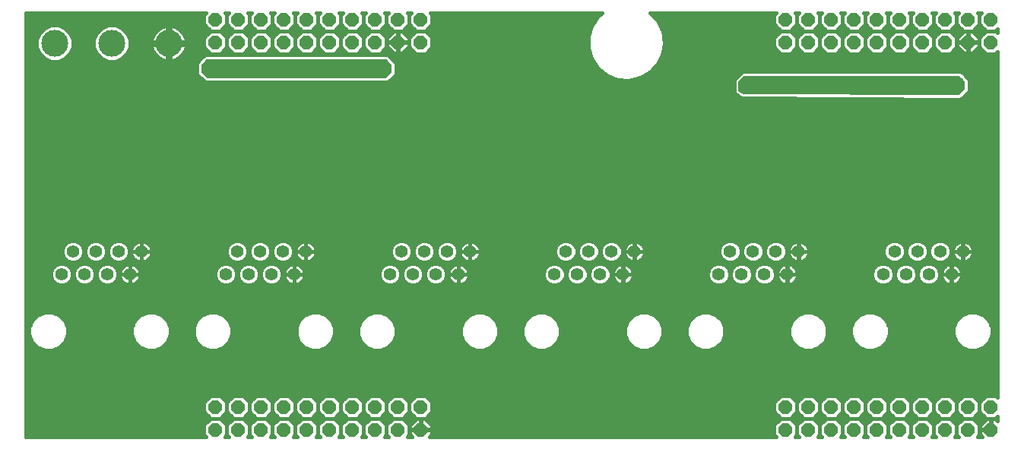
<source format=gbl>
G75*
%MOIN*%
%OFA0B0*%
%FSLAX24Y24*%
%IPPOS*%
%LPD*%
%AMOC8*
5,1,8,0,0,1.08239X$1,22.5*
%
%ADD10OC8,0.0600*%
%ADD11C,0.0554*%
%ADD12C,0.1181*%
%ADD13C,0.0160*%
%ADD14R,0.0357X0.0357*%
%ADD15C,0.0560*%
%ADD16C,0.0120*%
D10*
X017443Y009893D03*
X018443Y009893D03*
X019443Y009893D03*
X020443Y009893D03*
X021443Y009893D03*
X022443Y009893D03*
X023443Y009893D03*
X024443Y009893D03*
X025443Y009893D03*
X026443Y009893D03*
X026443Y010893D03*
X025443Y010893D03*
X024443Y010893D03*
X023443Y010893D03*
X022443Y010893D03*
X021443Y010893D03*
X020443Y010893D03*
X019443Y010893D03*
X018443Y010893D03*
X017443Y010893D03*
X042443Y010893D03*
X043443Y010893D03*
X044443Y010893D03*
X045443Y010893D03*
X046443Y010893D03*
X047443Y010893D03*
X048443Y010893D03*
X049443Y010893D03*
X050443Y010893D03*
X051443Y010893D03*
X051443Y009893D03*
X050443Y009893D03*
X049443Y009893D03*
X048443Y009893D03*
X047443Y009893D03*
X046443Y009893D03*
X045443Y009893D03*
X044443Y009893D03*
X043443Y009893D03*
X042443Y009893D03*
X042443Y026893D03*
X043443Y026893D03*
X044443Y026893D03*
X045443Y026893D03*
X046443Y026893D03*
X047443Y026893D03*
X048443Y026893D03*
X049443Y026893D03*
X050443Y026893D03*
X051443Y026893D03*
X051443Y027893D03*
X050443Y027893D03*
X049443Y027893D03*
X048443Y027893D03*
X047443Y027893D03*
X046443Y027893D03*
X045443Y027893D03*
X044443Y027893D03*
X043443Y027893D03*
X042443Y027893D03*
X026443Y027893D03*
X025443Y027893D03*
X024443Y027893D03*
X023443Y027893D03*
X022443Y027893D03*
X021443Y027893D03*
X020443Y027893D03*
X019443Y027893D03*
X018443Y027893D03*
X017443Y027893D03*
X017443Y026893D03*
X018443Y026893D03*
X019443Y026893D03*
X020443Y026893D03*
X021443Y026893D03*
X022443Y026893D03*
X023443Y026893D03*
X024443Y026893D03*
X025443Y026893D03*
X026443Y026893D03*
D11*
X026598Y017708D03*
X027598Y017708D03*
X028598Y017708D03*
X028098Y016708D03*
X027098Y016708D03*
X026098Y016708D03*
X025098Y016708D03*
X025598Y017708D03*
X021393Y017708D03*
X020393Y017708D03*
X019393Y017708D03*
X018393Y017708D03*
X018893Y016708D03*
X019893Y016708D03*
X020893Y016708D03*
X017893Y016708D03*
X014188Y017708D03*
X013188Y017708D03*
X012188Y017708D03*
X011188Y017708D03*
X011688Y016708D03*
X010688Y016708D03*
X012688Y016708D03*
X013688Y016708D03*
X032303Y016708D03*
X033303Y016708D03*
X034303Y016708D03*
X035303Y016708D03*
X035803Y017708D03*
X034803Y017708D03*
X033803Y017708D03*
X032803Y017708D03*
X039508Y016708D03*
X040508Y016708D03*
X041508Y016708D03*
X042508Y016708D03*
X043008Y017708D03*
X042008Y017708D03*
X041008Y017708D03*
X040008Y017708D03*
X046713Y016708D03*
X047713Y016708D03*
X048713Y016708D03*
X049713Y016708D03*
X050213Y017708D03*
X049213Y017708D03*
X048213Y017708D03*
X047213Y017708D03*
D12*
X015393Y026843D03*
X012893Y026843D03*
X010393Y026843D03*
D13*
X009143Y028188D02*
X009143Y009593D01*
X017036Y009593D01*
X016943Y009686D01*
X016943Y010100D01*
X017236Y010393D01*
X017650Y010393D01*
X017943Y010100D01*
X017943Y009686D01*
X018036Y009593D01*
X017850Y009593D01*
X017943Y009686D01*
X017943Y010100D01*
X018236Y010393D01*
X018650Y010393D01*
X018943Y010100D01*
X018943Y009686D01*
X019036Y009593D01*
X018850Y009593D01*
X018943Y009686D01*
X018943Y010100D01*
X019236Y010393D01*
X019650Y010393D01*
X019943Y010100D01*
X019943Y009686D01*
X020036Y009593D01*
X019850Y009593D01*
X019943Y009686D01*
X019943Y010100D01*
X020236Y010393D01*
X020650Y010393D01*
X020943Y010100D01*
X020943Y009686D01*
X021036Y009593D01*
X020850Y009593D01*
X020943Y009686D01*
X020943Y010100D01*
X021236Y010393D01*
X021650Y010393D01*
X021943Y010100D01*
X021943Y009686D01*
X022036Y009593D01*
X021850Y009593D01*
X021943Y009686D01*
X021943Y010100D01*
X022236Y010393D01*
X022650Y010393D01*
X022943Y010100D01*
X022943Y009686D01*
X023036Y009593D01*
X022850Y009593D01*
X022943Y009686D01*
X022943Y010100D01*
X023236Y010393D01*
X023650Y010393D01*
X023943Y010100D01*
X023943Y009686D01*
X024036Y009593D01*
X023850Y009593D01*
X023943Y009686D01*
X023943Y010100D01*
X024236Y010393D01*
X024650Y010393D01*
X024943Y010100D01*
X024943Y009686D01*
X025036Y009593D01*
X024850Y009593D01*
X024943Y009686D01*
X024943Y010100D01*
X025236Y010393D01*
X025650Y010393D01*
X025943Y010100D01*
X025943Y009686D01*
X025850Y009593D01*
X026064Y009593D01*
X025963Y009694D01*
X025963Y009873D01*
X026423Y009873D01*
X026423Y009913D01*
X025963Y009913D01*
X025963Y010092D01*
X026244Y010373D01*
X026423Y010373D01*
X026423Y009913D01*
X026463Y009913D01*
X026923Y009913D01*
X026923Y010092D01*
X026642Y010373D01*
X026463Y010373D01*
X026463Y009913D01*
X026463Y009873D01*
X026923Y009873D01*
X026923Y009694D01*
X026822Y009593D01*
X042036Y009593D01*
X041943Y009686D01*
X041943Y010100D01*
X042236Y010393D01*
X042650Y010393D01*
X042943Y010100D01*
X042943Y009686D01*
X043036Y009593D01*
X042850Y009593D01*
X042943Y009686D01*
X042943Y010100D01*
X043236Y010393D01*
X043650Y010393D01*
X043943Y010100D01*
X043943Y009686D01*
X044036Y009593D01*
X043850Y009593D01*
X043943Y009686D01*
X043943Y010100D01*
X044236Y010393D01*
X044650Y010393D01*
X044943Y010100D01*
X044943Y009686D01*
X045036Y009593D01*
X044850Y009593D01*
X044943Y009686D01*
X044943Y010100D01*
X045236Y010393D01*
X045650Y010393D01*
X045943Y010100D01*
X045943Y009686D01*
X046036Y009593D01*
X045850Y009593D01*
X045943Y009686D01*
X045943Y010100D01*
X046236Y010393D01*
X046650Y010393D01*
X046943Y010100D01*
X046943Y009686D01*
X047036Y009593D01*
X046850Y009593D01*
X046943Y009686D01*
X046943Y010100D01*
X047236Y010393D01*
X047650Y010393D01*
X047943Y010100D01*
X047943Y009686D01*
X048036Y009593D01*
X047850Y009593D01*
X047943Y009686D01*
X047943Y010100D01*
X048236Y010393D01*
X048650Y010393D01*
X048943Y010100D01*
X048943Y009686D01*
X049036Y009593D01*
X048850Y009593D01*
X048943Y009686D01*
X048943Y010100D01*
X049236Y010393D01*
X049650Y010393D01*
X049943Y010100D01*
X049943Y009686D01*
X050036Y009593D01*
X049850Y009593D01*
X049943Y009686D01*
X049943Y010100D01*
X050236Y010393D01*
X050650Y010393D01*
X050943Y010100D01*
X050943Y009686D01*
X050850Y009593D01*
X051064Y009593D01*
X050963Y009694D01*
X050963Y009873D01*
X051423Y009873D01*
X051423Y009913D01*
X050963Y009913D01*
X050963Y010092D01*
X051244Y010373D01*
X051423Y010373D01*
X051423Y009913D01*
X051463Y009913D01*
X051463Y010373D01*
X051642Y010373D01*
X051735Y010280D01*
X051735Y010478D01*
X051650Y010393D01*
X051236Y010393D01*
X050943Y010686D01*
X050943Y011100D01*
X050650Y011393D01*
X050236Y011393D01*
X049943Y011100D01*
X049943Y010686D01*
X050236Y010393D01*
X050650Y010393D01*
X050943Y010686D01*
X050943Y011100D01*
X051236Y011393D01*
X051650Y011393D01*
X051735Y011308D01*
X051735Y026478D01*
X051650Y026393D01*
X051236Y026393D01*
X050943Y026686D01*
X050943Y027100D01*
X051236Y027393D01*
X051650Y027393D01*
X051735Y027308D01*
X051735Y027478D01*
X051650Y027393D01*
X051236Y027393D01*
X050943Y027686D01*
X050943Y028100D01*
X051031Y028188D01*
X050855Y028188D01*
X050943Y028100D01*
X050943Y027686D01*
X050650Y027393D01*
X050236Y027393D01*
X049943Y027686D01*
X049943Y028100D01*
X050031Y028188D01*
X049855Y028188D01*
X049943Y028100D01*
X049943Y027686D01*
X049650Y027393D01*
X049236Y027393D01*
X048943Y027100D01*
X048943Y026686D01*
X049236Y026393D01*
X049650Y026393D01*
X049943Y026686D01*
X049943Y027100D01*
X049650Y027393D01*
X049236Y027393D01*
X048943Y027686D01*
X048943Y028100D01*
X049031Y028188D01*
X048855Y028188D01*
X048943Y028100D01*
X048943Y027686D01*
X048650Y027393D01*
X048236Y027393D01*
X047943Y027100D01*
X047943Y026686D01*
X048236Y026393D01*
X048650Y026393D01*
X048943Y026686D01*
X048943Y027100D01*
X048650Y027393D01*
X048236Y027393D01*
X047943Y027686D01*
X047943Y028100D01*
X048031Y028188D01*
X047855Y028188D01*
X047943Y028100D01*
X047943Y027686D01*
X047650Y027393D01*
X047236Y027393D01*
X046943Y027100D01*
X046943Y026686D01*
X047236Y026393D01*
X047650Y026393D01*
X047943Y026686D01*
X047943Y027100D01*
X047650Y027393D01*
X047236Y027393D01*
X046943Y027686D01*
X046943Y028100D01*
X047031Y028188D01*
X046855Y028188D01*
X046943Y028100D01*
X046943Y027686D01*
X046650Y027393D01*
X046236Y027393D01*
X045943Y027100D01*
X045943Y026686D01*
X046236Y026393D01*
X046650Y026393D01*
X046943Y026686D01*
X046943Y027100D01*
X046650Y027393D01*
X046236Y027393D01*
X045943Y027686D01*
X045943Y028100D01*
X046031Y028188D01*
X045855Y028188D01*
X045943Y028100D01*
X045943Y027686D01*
X045650Y027393D01*
X045236Y027393D01*
X044943Y027100D01*
X044943Y026686D01*
X045236Y026393D01*
X045650Y026393D01*
X045943Y026686D01*
X045943Y027100D01*
X045650Y027393D01*
X045236Y027393D01*
X044943Y027686D01*
X044943Y028100D01*
X045031Y028188D01*
X044855Y028188D01*
X044943Y028100D01*
X044943Y027686D01*
X044650Y027393D01*
X044236Y027393D01*
X043943Y027100D01*
X043943Y026686D01*
X044236Y026393D01*
X044650Y026393D01*
X044943Y026686D01*
X044943Y027100D01*
X044650Y027393D01*
X044236Y027393D01*
X043943Y027686D01*
X043943Y028100D01*
X044031Y028188D01*
X043855Y028188D01*
X043943Y028100D01*
X043943Y027686D01*
X043650Y027393D01*
X043236Y027393D01*
X042943Y027100D01*
X042943Y026686D01*
X043236Y026393D01*
X043650Y026393D01*
X043943Y026686D01*
X043943Y027100D01*
X043650Y027393D01*
X043236Y027393D01*
X042943Y027686D01*
X042943Y028100D01*
X043031Y028188D01*
X042855Y028188D01*
X042943Y028100D01*
X042943Y027686D01*
X042650Y027393D01*
X042236Y027393D01*
X041943Y027100D01*
X041943Y026686D01*
X042236Y026393D01*
X042650Y026393D01*
X042943Y026686D01*
X042943Y027100D01*
X042650Y027393D01*
X042236Y027393D01*
X041943Y027686D01*
X041943Y028100D01*
X042031Y028188D01*
X036507Y028188D01*
X036831Y027840D01*
X036831Y027840D01*
X037048Y027388D01*
X037048Y027388D01*
X037123Y026893D01*
X037048Y026398D01*
X036831Y025947D01*
X036831Y025947D01*
X036490Y025580D01*
X036490Y025580D01*
X036057Y025329D01*
X036057Y025329D01*
X035568Y025218D01*
X035568Y025218D01*
X035069Y025255D01*
X035069Y025255D01*
X034603Y025438D01*
X034603Y025438D01*
X034211Y025751D01*
X034211Y025751D01*
X033929Y026164D01*
X033782Y026643D01*
X033782Y027144D01*
X033929Y027622D01*
X034211Y028036D01*
X034211Y028036D01*
X034402Y028188D01*
X026855Y028188D01*
X026943Y028100D01*
X026943Y027686D01*
X026650Y027393D01*
X026236Y027393D01*
X025943Y027100D01*
X025943Y026686D01*
X026236Y026393D01*
X026650Y026393D01*
X026943Y026686D01*
X026943Y027100D01*
X026650Y027393D01*
X026236Y027393D01*
X025943Y027686D01*
X025943Y028100D01*
X026031Y028188D01*
X025855Y028188D01*
X025943Y028100D01*
X025943Y027686D01*
X025650Y027393D01*
X025236Y027393D01*
X024943Y027686D01*
X024943Y028100D01*
X025031Y028188D01*
X024855Y028188D01*
X024943Y028100D01*
X024943Y027686D01*
X024650Y027393D01*
X024236Y027393D01*
X023943Y027100D01*
X023943Y026686D01*
X024236Y026393D01*
X024650Y026393D01*
X024943Y026686D01*
X024943Y027100D01*
X024650Y027393D01*
X024236Y027393D01*
X023943Y027686D01*
X023943Y028100D01*
X024031Y028188D01*
X023855Y028188D01*
X023943Y028100D01*
X023943Y027686D01*
X023650Y027393D01*
X023236Y027393D01*
X022943Y027100D01*
X022943Y026686D01*
X023236Y026393D01*
X023650Y026393D01*
X023943Y026686D01*
X023943Y027100D01*
X023650Y027393D01*
X023236Y027393D01*
X022943Y027686D01*
X022943Y028100D01*
X023031Y028188D01*
X022855Y028188D01*
X022943Y028100D01*
X022943Y027686D01*
X022650Y027393D01*
X022236Y027393D01*
X021943Y027100D01*
X021943Y026686D01*
X022236Y026393D01*
X022650Y026393D01*
X022943Y026686D01*
X022943Y027100D01*
X022650Y027393D01*
X022236Y027393D01*
X021943Y027686D01*
X021943Y028100D01*
X022031Y028188D01*
X021855Y028188D01*
X021943Y028100D01*
X021943Y027686D01*
X021650Y027393D01*
X021236Y027393D01*
X020943Y027100D01*
X020943Y026686D01*
X021236Y026393D01*
X021650Y026393D01*
X021943Y026686D01*
X021943Y027100D01*
X021650Y027393D01*
X021236Y027393D01*
X020943Y027686D01*
X020943Y028100D01*
X021031Y028188D01*
X020855Y028188D01*
X020943Y028100D01*
X020943Y027686D01*
X020650Y027393D01*
X020236Y027393D01*
X019943Y027100D01*
X019943Y026686D01*
X020236Y026393D01*
X020650Y026393D01*
X020943Y026686D01*
X020943Y027100D01*
X020650Y027393D01*
X020236Y027393D01*
X019943Y027686D01*
X019943Y028100D01*
X020031Y028188D01*
X019855Y028188D01*
X019943Y028100D01*
X019943Y027686D01*
X019650Y027393D01*
X019236Y027393D01*
X018943Y027100D01*
X018943Y026686D01*
X019236Y026393D01*
X019650Y026393D01*
X019943Y026686D01*
X019943Y027100D01*
X019650Y027393D01*
X019236Y027393D01*
X018943Y027686D01*
X018943Y028100D01*
X019031Y028188D01*
X018855Y028188D01*
X018943Y028100D01*
X018943Y027686D01*
X018650Y027393D01*
X018236Y027393D01*
X017943Y027100D01*
X017943Y026686D01*
X018236Y026393D01*
X018650Y026393D01*
X018943Y026686D01*
X018943Y027100D01*
X018650Y027393D01*
X018236Y027393D01*
X017943Y027686D01*
X017943Y028100D01*
X018031Y028188D01*
X017855Y028188D01*
X017943Y028100D01*
X017943Y027686D01*
X017650Y027393D01*
X017236Y027393D01*
X016943Y027100D01*
X016943Y026686D01*
X017236Y026393D01*
X017650Y026393D01*
X017943Y026686D01*
X017943Y027100D01*
X017650Y027393D01*
X017236Y027393D01*
X016943Y027686D01*
X016943Y028100D01*
X017031Y028188D01*
X009143Y028188D01*
X009143Y028108D02*
X016950Y028108D01*
X016943Y027949D02*
X009143Y027949D01*
X009143Y027791D02*
X016943Y027791D01*
X016997Y027632D02*
X013054Y027632D01*
X013050Y027634D02*
X012736Y027634D01*
X012445Y027514D01*
X012223Y027291D01*
X012102Y027001D01*
X012102Y026686D01*
X012223Y026395D01*
X012445Y026173D01*
X012736Y026053D01*
X013050Y026053D01*
X013341Y026173D01*
X013563Y026395D01*
X013683Y026686D01*
X013683Y027001D01*
X013563Y027291D01*
X013341Y027514D01*
X013050Y027634D01*
X012732Y027632D02*
X010554Y027632D01*
X010550Y027634D02*
X010236Y027634D01*
X009945Y027514D01*
X009723Y027291D01*
X009602Y027001D01*
X009602Y026686D01*
X009723Y026395D01*
X009945Y026173D01*
X010236Y026053D01*
X010550Y026053D01*
X010841Y026173D01*
X011063Y026395D01*
X011183Y026686D01*
X011183Y027001D01*
X011063Y027291D01*
X010841Y027514D01*
X010550Y027634D01*
X010232Y027632D02*
X009143Y027632D01*
X009143Y027474D02*
X009905Y027474D01*
X009747Y027315D02*
X009143Y027315D01*
X009143Y027157D02*
X009667Y027157D01*
X009602Y026998D02*
X009143Y026998D01*
X009143Y026840D02*
X009602Y026840D01*
X009604Y026681D02*
X009143Y026681D01*
X009143Y026523D02*
X009670Y026523D01*
X009754Y026364D02*
X009143Y026364D01*
X009143Y026206D02*
X009912Y026206D01*
X009143Y026047D02*
X016679Y026047D01*
X016672Y026041D02*
X016633Y025945D01*
X016633Y025542D01*
X016672Y025446D01*
X016946Y025173D01*
X017041Y025133D01*
X024945Y025133D01*
X025040Y025173D01*
X025113Y025246D01*
X025313Y025446D01*
X025353Y025542D01*
X025353Y025945D01*
X025313Y026041D01*
X025240Y026114D01*
X025040Y026314D01*
X024945Y026353D01*
X017041Y026353D01*
X016946Y026314D01*
X016872Y026241D01*
X016672Y026041D01*
X016633Y025889D02*
X009143Y025889D01*
X009143Y025730D02*
X016633Y025730D01*
X016633Y025572D02*
X009143Y025572D01*
X009143Y025413D02*
X016705Y025413D01*
X016864Y025255D02*
X009143Y025255D01*
X009143Y025096D02*
X040183Y025096D01*
X040183Y025195D02*
X040183Y024826D01*
X040178Y024808D01*
X040183Y024775D01*
X040183Y024742D01*
X040190Y024724D01*
X040193Y024705D01*
X040210Y024677D01*
X040222Y024646D01*
X040236Y024633D01*
X040245Y024616D01*
X040272Y024596D01*
X040296Y024573D01*
X040313Y024566D01*
X040412Y024492D01*
X040435Y024469D01*
X040453Y024461D01*
X040468Y024449D01*
X040500Y024441D01*
X040530Y024429D01*
X040549Y024428D01*
X040568Y024424D01*
X040601Y024428D01*
X049991Y024384D01*
X049991Y024383D01*
X050042Y024383D01*
X050093Y024383D01*
X050094Y024383D01*
X050095Y024383D01*
X050142Y024403D01*
X050189Y024422D01*
X050190Y024423D01*
X050226Y024459D01*
X050263Y024495D01*
X050263Y024496D01*
X050463Y024696D01*
X050503Y024792D01*
X050503Y025195D01*
X050463Y025291D01*
X050190Y025564D01*
X050095Y025603D01*
X040591Y025603D01*
X040496Y025564D01*
X040422Y025491D01*
X040222Y025291D01*
X040183Y025195D01*
X040208Y025255D02*
X035730Y025255D01*
X036202Y025413D02*
X040345Y025413D01*
X040515Y025572D02*
X036476Y025572D01*
X036630Y025730D02*
X051735Y025730D01*
X051735Y025572D02*
X050171Y025572D01*
X050341Y025413D02*
X051735Y025413D01*
X051735Y025255D02*
X050478Y025255D01*
X050503Y025096D02*
X051735Y025096D01*
X051735Y024938D02*
X050503Y024938D01*
X050498Y024779D02*
X051735Y024779D01*
X051735Y024621D02*
X050388Y024621D01*
X050230Y024462D02*
X051735Y024462D01*
X051735Y024304D02*
X009143Y024304D01*
X009143Y024462D02*
X040449Y024462D01*
X040243Y024621D02*
X009143Y024621D01*
X009143Y024779D02*
X040182Y024779D01*
X040183Y024938D02*
X009143Y024938D01*
X009143Y024145D02*
X051735Y024145D01*
X051735Y023987D02*
X009143Y023987D01*
X009143Y023828D02*
X051735Y023828D01*
X051735Y023670D02*
X009143Y023670D01*
X009143Y023511D02*
X051735Y023511D01*
X051735Y023353D02*
X009143Y023353D01*
X009143Y023194D02*
X051735Y023194D01*
X051735Y023036D02*
X009143Y023036D01*
X009143Y022877D02*
X051735Y022877D01*
X051735Y022719D02*
X009143Y022719D01*
X009143Y022560D02*
X051735Y022560D01*
X051735Y022402D02*
X009143Y022402D01*
X009143Y022243D02*
X051735Y022243D01*
X051735Y022085D02*
X009143Y022085D01*
X009143Y021926D02*
X051735Y021926D01*
X051735Y021768D02*
X009143Y021768D01*
X009143Y021609D02*
X051735Y021609D01*
X051735Y021451D02*
X009143Y021451D01*
X009143Y021292D02*
X051735Y021292D01*
X051735Y021134D02*
X009143Y021134D01*
X009143Y020975D02*
X051735Y020975D01*
X051735Y020817D02*
X009143Y020817D01*
X009143Y020658D02*
X051735Y020658D01*
X051735Y020500D02*
X009143Y020500D01*
X009143Y020341D02*
X051735Y020341D01*
X051735Y020183D02*
X009143Y020183D01*
X009143Y020024D02*
X051735Y020024D01*
X051735Y019866D02*
X009143Y019866D01*
X009143Y019707D02*
X051735Y019707D01*
X051735Y019549D02*
X009143Y019549D01*
X009143Y019390D02*
X051735Y019390D01*
X051735Y019232D02*
X009143Y019232D01*
X009143Y019073D02*
X051735Y019073D01*
X051735Y018915D02*
X009143Y018915D01*
X009143Y018756D02*
X051735Y018756D01*
X051735Y018598D02*
X009143Y018598D01*
X009143Y018439D02*
X051735Y018439D01*
X051735Y018281D02*
X009143Y018281D01*
X009143Y018122D02*
X010940Y018122D01*
X010918Y018113D02*
X010783Y017979D01*
X010711Y017803D01*
X010711Y017613D01*
X010783Y017438D01*
X010918Y017304D01*
X011093Y017231D01*
X011283Y017231D01*
X011458Y017304D01*
X011592Y017438D01*
X011665Y017613D01*
X011665Y017803D01*
X011592Y017979D01*
X011458Y018113D01*
X011283Y018185D01*
X011093Y018185D01*
X010918Y018113D01*
X010777Y017964D02*
X009143Y017964D01*
X009143Y017805D02*
X010712Y017805D01*
X010711Y017647D02*
X009143Y017647D01*
X009143Y017488D02*
X010762Y017488D01*
X010892Y017330D02*
X009143Y017330D01*
X009143Y017171D02*
X010559Y017171D01*
X010593Y017185D02*
X010418Y017113D01*
X010283Y016979D01*
X010211Y016803D01*
X010211Y016613D01*
X010283Y016438D01*
X010418Y016304D01*
X010593Y016231D01*
X010783Y016231D01*
X010958Y016304D01*
X011092Y016438D01*
X011165Y016613D01*
X011165Y016803D01*
X011092Y016979D01*
X010958Y017113D01*
X010783Y017185D01*
X010593Y017185D01*
X010817Y017171D02*
X011559Y017171D01*
X011593Y017185D02*
X011418Y017113D01*
X011283Y016979D01*
X011211Y016803D01*
X011211Y016613D01*
X011283Y016438D01*
X011418Y016304D01*
X011593Y016231D01*
X011783Y016231D01*
X011958Y016304D01*
X012092Y016438D01*
X012165Y016613D01*
X012165Y016803D01*
X012092Y016979D01*
X011958Y017113D01*
X011783Y017185D01*
X011593Y017185D01*
X011484Y017330D02*
X011892Y017330D01*
X011918Y017304D02*
X012093Y017231D01*
X012283Y017231D01*
X012458Y017304D01*
X012592Y017438D01*
X012665Y017613D01*
X012665Y017803D01*
X012592Y017979D01*
X012458Y018113D01*
X012283Y018185D01*
X012093Y018185D01*
X011918Y018113D01*
X011783Y017979D01*
X011711Y017803D01*
X011711Y017613D01*
X011783Y017438D01*
X011918Y017304D01*
X011817Y017171D02*
X012559Y017171D01*
X012593Y017185D02*
X012418Y017113D01*
X012283Y016979D01*
X012211Y016803D01*
X012211Y016613D01*
X012283Y016438D01*
X012418Y016304D01*
X012593Y016231D01*
X012783Y016231D01*
X012958Y016304D01*
X013092Y016438D01*
X013165Y016613D01*
X013165Y016803D01*
X013092Y016979D01*
X012958Y017113D01*
X012783Y017185D01*
X012593Y017185D01*
X012484Y017330D02*
X012892Y017330D01*
X012918Y017304D02*
X013093Y017231D01*
X013283Y017231D01*
X013458Y017304D01*
X013592Y017438D01*
X013665Y017613D01*
X013665Y017803D01*
X013592Y017979D01*
X013458Y018113D01*
X013283Y018185D01*
X013093Y018185D01*
X012918Y018113D01*
X012783Y017979D01*
X012711Y017803D01*
X012711Y017613D01*
X012783Y017438D01*
X012918Y017304D01*
X012817Y017171D02*
X017764Y017171D01*
X017798Y017185D02*
X017623Y017113D01*
X017488Y016979D01*
X017416Y016803D01*
X017416Y016613D01*
X017488Y016438D01*
X017623Y016304D01*
X017798Y016231D01*
X017988Y016231D01*
X018163Y016304D01*
X018297Y016438D01*
X018370Y016613D01*
X018370Y016803D01*
X018297Y016979D01*
X018163Y017113D01*
X017988Y017185D01*
X017798Y017185D01*
X018022Y017171D02*
X018764Y017171D01*
X018798Y017185D02*
X018623Y017113D01*
X018488Y016979D01*
X018416Y016803D01*
X018416Y016613D01*
X018488Y016438D01*
X018623Y016304D01*
X018798Y016231D01*
X018988Y016231D01*
X019163Y016304D01*
X019297Y016438D01*
X019370Y016613D01*
X019370Y016803D01*
X019297Y016979D01*
X019163Y017113D01*
X018988Y017185D01*
X018798Y017185D01*
X018663Y017304D02*
X018797Y017438D01*
X018870Y017613D01*
X018870Y017803D01*
X018797Y017979D01*
X018663Y018113D01*
X018488Y018185D01*
X018298Y018185D01*
X018123Y018113D01*
X017988Y017979D01*
X017916Y017803D01*
X017916Y017613D01*
X017988Y017438D01*
X018123Y017304D01*
X018298Y017231D01*
X018488Y017231D01*
X018663Y017304D01*
X018689Y017330D02*
X019097Y017330D01*
X019123Y017304D02*
X019298Y017231D01*
X019488Y017231D01*
X019663Y017304D01*
X019797Y017438D01*
X019870Y017613D01*
X019870Y017803D01*
X019797Y017979D01*
X019663Y018113D01*
X019488Y018185D01*
X019298Y018185D01*
X019123Y018113D01*
X018988Y017979D01*
X018916Y017803D01*
X018916Y017613D01*
X018988Y017438D01*
X019123Y017304D01*
X019022Y017171D02*
X019764Y017171D01*
X019798Y017185D02*
X019623Y017113D01*
X019488Y016979D01*
X019416Y016803D01*
X019416Y016613D01*
X019488Y016438D01*
X019623Y016304D01*
X019798Y016231D01*
X019988Y016231D01*
X020163Y016304D01*
X020297Y016438D01*
X020370Y016613D01*
X020370Y016803D01*
X020297Y016979D01*
X020163Y017113D01*
X019988Y017185D01*
X019798Y017185D01*
X019689Y017330D02*
X020097Y017330D01*
X020123Y017304D02*
X020298Y017231D01*
X020488Y017231D01*
X020663Y017304D01*
X020797Y017438D01*
X020870Y017613D01*
X020870Y017803D01*
X020797Y017979D01*
X020663Y018113D01*
X020488Y018185D01*
X020298Y018185D01*
X020123Y018113D01*
X019988Y017979D01*
X019916Y017803D01*
X019916Y017613D01*
X019988Y017438D01*
X020123Y017304D01*
X020022Y017171D02*
X024969Y017171D01*
X025003Y017185D02*
X024828Y017113D01*
X024693Y016979D01*
X024621Y016803D01*
X024621Y016613D01*
X024693Y016438D01*
X024828Y016304D01*
X025003Y016231D01*
X025193Y016231D01*
X025368Y016304D01*
X025502Y016438D01*
X025575Y016613D01*
X025575Y016803D01*
X025502Y016979D01*
X025368Y017113D01*
X025193Y017185D01*
X025003Y017185D01*
X025227Y017171D02*
X025969Y017171D01*
X026003Y017185D02*
X025828Y017113D01*
X025693Y016979D01*
X025621Y016803D01*
X025621Y016613D01*
X025693Y016438D01*
X025828Y016304D01*
X026003Y016231D01*
X026193Y016231D01*
X026368Y016304D01*
X026502Y016438D01*
X026575Y016613D01*
X026575Y016803D01*
X026502Y016979D01*
X026368Y017113D01*
X026193Y017185D01*
X026003Y017185D01*
X025868Y017304D02*
X025693Y017231D01*
X025503Y017231D01*
X025328Y017304D01*
X025193Y017438D01*
X025121Y017613D01*
X025121Y017803D01*
X025193Y017979D01*
X025328Y018113D01*
X025503Y018185D01*
X025693Y018185D01*
X025868Y018113D01*
X026002Y017979D01*
X026075Y017803D01*
X026075Y017613D01*
X026002Y017438D01*
X025868Y017304D01*
X025894Y017330D02*
X026302Y017330D01*
X026328Y017304D02*
X026503Y017231D01*
X026693Y017231D01*
X026868Y017304D01*
X027002Y017438D01*
X027075Y017613D01*
X027075Y017803D01*
X027002Y017979D01*
X026868Y018113D01*
X026693Y018185D01*
X026503Y018185D01*
X026328Y018113D01*
X026193Y017979D01*
X026121Y017803D01*
X026121Y017613D01*
X026193Y017438D01*
X026328Y017304D01*
X026227Y017171D02*
X026969Y017171D01*
X027003Y017185D02*
X026828Y017113D01*
X026693Y016979D01*
X026621Y016803D01*
X026621Y016613D01*
X026693Y016438D01*
X026828Y016304D01*
X027003Y016231D01*
X027193Y016231D01*
X027368Y016304D01*
X027502Y016438D01*
X027575Y016613D01*
X027575Y016803D01*
X027502Y016979D01*
X027368Y017113D01*
X027193Y017185D01*
X027003Y017185D01*
X026894Y017330D02*
X027302Y017330D01*
X027328Y017304D02*
X027503Y017231D01*
X027693Y017231D01*
X027868Y017304D01*
X028002Y017438D01*
X028075Y017613D01*
X028075Y017803D01*
X028002Y017979D01*
X027868Y018113D01*
X027693Y018185D01*
X027503Y018185D01*
X027328Y018113D01*
X027193Y017979D01*
X027121Y017803D01*
X027121Y017613D01*
X027193Y017438D01*
X027328Y017304D01*
X027227Y017171D02*
X032174Y017171D01*
X032208Y017185D02*
X032033Y017113D01*
X031898Y016979D01*
X031826Y016803D01*
X031826Y016613D01*
X031898Y016438D01*
X032033Y016304D01*
X032208Y016231D01*
X032398Y016231D01*
X032573Y016304D01*
X032707Y016438D01*
X032780Y016613D01*
X032780Y016803D01*
X032707Y016979D01*
X032573Y017113D01*
X032398Y017185D01*
X032208Y017185D01*
X032432Y017171D02*
X033174Y017171D01*
X033208Y017185D02*
X033033Y017113D01*
X032898Y016979D01*
X032826Y016803D01*
X032826Y016613D01*
X032898Y016438D01*
X033033Y016304D01*
X033208Y016231D01*
X033398Y016231D01*
X033573Y016304D01*
X033707Y016438D01*
X033780Y016613D01*
X033780Y016803D01*
X033707Y016979D01*
X033573Y017113D01*
X033398Y017185D01*
X033208Y017185D01*
X033073Y017304D02*
X033207Y017438D01*
X033280Y017613D01*
X033280Y017803D01*
X033207Y017979D01*
X033073Y018113D01*
X032898Y018185D01*
X032708Y018185D01*
X032533Y018113D01*
X032398Y017979D01*
X032326Y017803D01*
X032326Y017613D01*
X032398Y017438D01*
X032533Y017304D01*
X032708Y017231D01*
X032898Y017231D01*
X033073Y017304D01*
X033099Y017330D02*
X033507Y017330D01*
X033533Y017304D02*
X033708Y017231D01*
X033898Y017231D01*
X034073Y017304D01*
X034207Y017438D01*
X034280Y017613D01*
X034280Y017803D01*
X034207Y017979D01*
X034073Y018113D01*
X033898Y018185D01*
X033708Y018185D01*
X033533Y018113D01*
X033398Y017979D01*
X033326Y017803D01*
X033326Y017613D01*
X033398Y017438D01*
X033533Y017304D01*
X033432Y017171D02*
X034174Y017171D01*
X034208Y017185D02*
X034033Y017113D01*
X033898Y016979D01*
X033826Y016803D01*
X033826Y016613D01*
X033898Y016438D01*
X034033Y016304D01*
X034208Y016231D01*
X034398Y016231D01*
X034573Y016304D01*
X034707Y016438D01*
X034780Y016613D01*
X034780Y016803D01*
X034707Y016979D01*
X034573Y017113D01*
X034398Y017185D01*
X034208Y017185D01*
X034099Y017330D02*
X034507Y017330D01*
X034533Y017304D02*
X034708Y017231D01*
X034898Y017231D01*
X035073Y017304D01*
X035207Y017438D01*
X035280Y017613D01*
X035280Y017803D01*
X035207Y017979D01*
X035073Y018113D01*
X034898Y018185D01*
X034708Y018185D01*
X034533Y018113D01*
X034398Y017979D01*
X034326Y017803D01*
X034326Y017613D01*
X034398Y017438D01*
X034533Y017304D01*
X034432Y017171D02*
X039379Y017171D01*
X039413Y017185D02*
X039238Y017113D01*
X039103Y016979D01*
X039031Y016803D01*
X039031Y016613D01*
X039103Y016438D01*
X039238Y016304D01*
X039413Y016231D01*
X039603Y016231D01*
X039778Y016304D01*
X039912Y016438D01*
X039985Y016613D01*
X039985Y016803D01*
X039912Y016979D01*
X039778Y017113D01*
X039603Y017185D01*
X039413Y017185D01*
X039637Y017171D02*
X040379Y017171D01*
X040413Y017185D02*
X040238Y017113D01*
X040103Y016979D01*
X040031Y016803D01*
X040031Y016613D01*
X040103Y016438D01*
X040238Y016304D01*
X040413Y016231D01*
X040603Y016231D01*
X040778Y016304D01*
X040912Y016438D01*
X040985Y016613D01*
X040985Y016803D01*
X040912Y016979D01*
X040778Y017113D01*
X040603Y017185D01*
X040413Y017185D01*
X040278Y017304D02*
X040412Y017438D01*
X040485Y017613D01*
X040485Y017803D01*
X040412Y017979D01*
X040278Y018113D01*
X040103Y018185D01*
X039913Y018185D01*
X039738Y018113D01*
X039603Y017979D01*
X039531Y017803D01*
X039531Y017613D01*
X039603Y017438D01*
X039738Y017304D01*
X039913Y017231D01*
X040103Y017231D01*
X040278Y017304D01*
X040304Y017330D02*
X040712Y017330D01*
X040738Y017304D02*
X040913Y017231D01*
X041103Y017231D01*
X041278Y017304D01*
X041412Y017438D01*
X041485Y017613D01*
X041485Y017803D01*
X041412Y017979D01*
X041278Y018113D01*
X041103Y018185D01*
X040913Y018185D01*
X040738Y018113D01*
X040603Y017979D01*
X040531Y017803D01*
X040531Y017613D01*
X040603Y017438D01*
X040738Y017304D01*
X040637Y017171D02*
X041379Y017171D01*
X041413Y017185D02*
X041238Y017113D01*
X041103Y016979D01*
X041031Y016803D01*
X041031Y016613D01*
X041103Y016438D01*
X041238Y016304D01*
X041413Y016231D01*
X041603Y016231D01*
X041778Y016304D01*
X041912Y016438D01*
X041985Y016613D01*
X041985Y016803D01*
X041912Y016979D01*
X041778Y017113D01*
X041603Y017185D01*
X041413Y017185D01*
X041304Y017330D02*
X041712Y017330D01*
X041738Y017304D02*
X041913Y017231D01*
X042103Y017231D01*
X042278Y017304D01*
X042412Y017438D01*
X042485Y017613D01*
X042485Y017803D01*
X042412Y017979D01*
X042278Y018113D01*
X042103Y018185D01*
X041913Y018185D01*
X041738Y018113D01*
X041603Y017979D01*
X041531Y017803D01*
X041531Y017613D01*
X041603Y017438D01*
X041738Y017304D01*
X041637Y017171D02*
X046584Y017171D01*
X046618Y017185D02*
X046443Y017113D01*
X046308Y016979D01*
X046236Y016803D01*
X046236Y016613D01*
X046308Y016438D01*
X046443Y016304D01*
X046618Y016231D01*
X046808Y016231D01*
X046983Y016304D01*
X047117Y016438D01*
X047190Y016613D01*
X047190Y016803D01*
X047117Y016979D01*
X046983Y017113D01*
X046808Y017185D01*
X046618Y017185D01*
X046842Y017171D02*
X047584Y017171D01*
X047618Y017185D02*
X047443Y017113D01*
X047308Y016979D01*
X047236Y016803D01*
X047236Y016613D01*
X047308Y016438D01*
X047443Y016304D01*
X047618Y016231D01*
X047808Y016231D01*
X047983Y016304D01*
X048117Y016438D01*
X048190Y016613D01*
X048190Y016803D01*
X048117Y016979D01*
X047983Y017113D01*
X047808Y017185D01*
X047618Y017185D01*
X047483Y017304D02*
X047308Y017231D01*
X047118Y017231D01*
X046943Y017304D01*
X046808Y017438D01*
X046736Y017613D01*
X046736Y017803D01*
X046808Y017979D01*
X046943Y018113D01*
X047118Y018185D01*
X047308Y018185D01*
X047483Y018113D01*
X047617Y017979D01*
X047690Y017803D01*
X047690Y017613D01*
X047617Y017438D01*
X047483Y017304D01*
X047509Y017330D02*
X047917Y017330D01*
X047943Y017304D02*
X048118Y017231D01*
X048308Y017231D01*
X048483Y017304D01*
X048617Y017438D01*
X048690Y017613D01*
X048690Y017803D01*
X048617Y017979D01*
X048483Y018113D01*
X048308Y018185D01*
X048118Y018185D01*
X047943Y018113D01*
X047808Y017979D01*
X047736Y017803D01*
X047736Y017613D01*
X047808Y017438D01*
X047943Y017304D01*
X047842Y017171D02*
X048584Y017171D01*
X048618Y017185D02*
X048443Y017113D01*
X048308Y016979D01*
X048236Y016803D01*
X048236Y016613D01*
X048308Y016438D01*
X048443Y016304D01*
X048618Y016231D01*
X048808Y016231D01*
X048983Y016304D01*
X049117Y016438D01*
X049190Y016613D01*
X049190Y016803D01*
X049117Y016979D01*
X048983Y017113D01*
X048808Y017185D01*
X048618Y017185D01*
X048509Y017330D02*
X048917Y017330D01*
X048943Y017304D02*
X049118Y017231D01*
X049308Y017231D01*
X049483Y017304D01*
X049617Y017438D01*
X049690Y017613D01*
X049690Y017803D01*
X049617Y017979D01*
X049483Y018113D01*
X049308Y018185D01*
X049118Y018185D01*
X048943Y018113D01*
X048808Y017979D01*
X048736Y017803D01*
X048736Y017613D01*
X048808Y017438D01*
X048943Y017304D01*
X048842Y017171D02*
X051735Y017171D01*
X051735Y017013D02*
X050055Y017013D01*
X050062Y017006D02*
X050011Y017057D01*
X049952Y017099D01*
X049888Y017132D01*
X049820Y017154D01*
X049749Y017165D01*
X049721Y017165D01*
X049721Y016717D01*
X049704Y016717D01*
X049704Y016700D01*
X049256Y016700D01*
X049256Y016672D01*
X049267Y016601D01*
X049289Y016533D01*
X049322Y016469D01*
X049364Y016410D01*
X049415Y016360D01*
X049473Y016317D01*
X049537Y016285D01*
X049606Y016262D01*
X049677Y016251D01*
X049704Y016251D01*
X049704Y016700D01*
X049721Y016700D01*
X049721Y016251D01*
X049749Y016251D01*
X049820Y016262D01*
X049888Y016285D01*
X049952Y016317D01*
X050011Y016360D01*
X050062Y016410D01*
X050104Y016469D01*
X050137Y016533D01*
X050159Y016601D01*
X050170Y016672D01*
X050170Y016700D01*
X049721Y016700D01*
X049721Y016717D01*
X050170Y016717D01*
X050170Y016744D01*
X050159Y016815D01*
X050137Y016884D01*
X050104Y016948D01*
X050062Y017006D01*
X050146Y016854D02*
X051735Y016854D01*
X051735Y016696D02*
X050170Y016696D01*
X050138Y016537D02*
X051735Y016537D01*
X051735Y016379D02*
X050030Y016379D01*
X049721Y016379D02*
X049704Y016379D01*
X049704Y016537D02*
X049721Y016537D01*
X049704Y016696D02*
X049721Y016696D01*
X049704Y016717D02*
X049256Y016717D01*
X049256Y016744D01*
X049267Y016815D01*
X049289Y016884D01*
X049322Y016948D01*
X049364Y017006D01*
X049415Y017057D01*
X049473Y017099D01*
X049537Y017132D01*
X049606Y017154D01*
X049677Y017165D01*
X049704Y017165D01*
X049704Y016717D01*
X049704Y016854D02*
X049721Y016854D01*
X049704Y017013D02*
X049721Y017013D01*
X049371Y017013D02*
X049083Y017013D01*
X049169Y016854D02*
X049280Y016854D01*
X049256Y016696D02*
X049190Y016696D01*
X049159Y016537D02*
X049288Y016537D01*
X049396Y016379D02*
X049058Y016379D01*
X048368Y016379D02*
X048058Y016379D01*
X048159Y016537D02*
X048267Y016537D01*
X048236Y016696D02*
X048190Y016696D01*
X048169Y016854D02*
X048257Y016854D01*
X048343Y017013D02*
X048083Y017013D01*
X047787Y017488D02*
X047638Y017488D01*
X047690Y017647D02*
X047736Y017647D01*
X047737Y017805D02*
X047689Y017805D01*
X047623Y017964D02*
X047802Y017964D01*
X047965Y018122D02*
X047460Y018122D01*
X046965Y018122D02*
X043202Y018122D01*
X043183Y018132D02*
X043115Y018154D01*
X043044Y018165D01*
X043016Y018165D01*
X043016Y017717D01*
X042999Y017717D01*
X042999Y017700D01*
X042551Y017700D01*
X042551Y017672D01*
X042562Y017601D01*
X042584Y017533D01*
X042617Y017469D01*
X042659Y017410D01*
X042710Y017360D01*
X042768Y017317D01*
X042832Y017285D01*
X042901Y017262D01*
X042972Y017251D01*
X042999Y017251D01*
X042999Y017700D01*
X043016Y017700D01*
X043016Y017251D01*
X043044Y017251D01*
X043115Y017262D01*
X043183Y017285D01*
X043247Y017317D01*
X043306Y017360D01*
X043357Y017410D01*
X043399Y017469D01*
X043432Y017533D01*
X043454Y017601D01*
X043465Y017672D01*
X043465Y017700D01*
X043016Y017700D01*
X043016Y017717D01*
X043465Y017717D01*
X043465Y017744D01*
X043454Y017815D01*
X043432Y017884D01*
X043399Y017948D01*
X043357Y018006D01*
X043306Y018057D01*
X043247Y018099D01*
X043183Y018132D01*
X043016Y018122D02*
X042999Y018122D01*
X042999Y018165D02*
X042972Y018165D01*
X042901Y018154D01*
X042832Y018132D01*
X042768Y018099D01*
X042710Y018057D01*
X042659Y018006D01*
X042617Y017948D01*
X042584Y017884D01*
X042562Y017815D01*
X042551Y017744D01*
X042551Y017717D01*
X042999Y017717D01*
X042999Y018165D01*
X042813Y018122D02*
X042255Y018122D01*
X042418Y017964D02*
X042628Y017964D01*
X042560Y017805D02*
X042484Y017805D01*
X042485Y017647D02*
X042555Y017647D01*
X042607Y017488D02*
X042433Y017488D01*
X042304Y017330D02*
X042751Y017330D01*
X042683Y017132D02*
X042615Y017154D01*
X042544Y017165D01*
X042516Y017165D01*
X042516Y016717D01*
X042499Y016717D01*
X042499Y016700D01*
X042051Y016700D01*
X042051Y016672D01*
X042062Y016601D01*
X042084Y016533D01*
X042117Y016469D01*
X042159Y016410D01*
X042210Y016360D01*
X042268Y016317D01*
X042332Y016285D01*
X042401Y016262D01*
X042472Y016251D01*
X042499Y016251D01*
X042499Y016700D01*
X042516Y016700D01*
X042516Y016251D01*
X042544Y016251D01*
X042615Y016262D01*
X042683Y016285D01*
X042747Y016317D01*
X042806Y016360D01*
X042857Y016410D01*
X042899Y016469D01*
X042932Y016533D01*
X042954Y016601D01*
X042965Y016672D01*
X042965Y016700D01*
X042516Y016700D01*
X042516Y016717D01*
X042965Y016717D01*
X042965Y016744D01*
X042954Y016815D01*
X042932Y016884D01*
X042899Y016948D01*
X042857Y017006D01*
X042806Y017057D01*
X042747Y017099D01*
X042683Y017132D01*
X042499Y017165D02*
X042472Y017165D01*
X042401Y017154D01*
X042332Y017132D01*
X042268Y017099D01*
X042210Y017057D01*
X042159Y017006D01*
X042117Y016948D01*
X042084Y016884D01*
X042062Y016815D01*
X042051Y016744D01*
X042051Y016717D01*
X042499Y016717D01*
X042499Y017165D01*
X042499Y017013D02*
X042516Y017013D01*
X042499Y016854D02*
X042516Y016854D01*
X042499Y016696D02*
X042516Y016696D01*
X042499Y016537D02*
X042516Y016537D01*
X042499Y016379D02*
X042516Y016379D01*
X042825Y016379D02*
X046368Y016379D01*
X046267Y016537D02*
X042933Y016537D01*
X042965Y016696D02*
X046236Y016696D01*
X046257Y016854D02*
X042941Y016854D01*
X042850Y017013D02*
X046343Y017013D01*
X046787Y017488D02*
X043409Y017488D01*
X043461Y017647D02*
X046736Y017647D01*
X046737Y017805D02*
X043455Y017805D01*
X043387Y017964D02*
X046802Y017964D01*
X046917Y017330D02*
X043265Y017330D01*
X043016Y017330D02*
X042999Y017330D01*
X042999Y017488D02*
X043016Y017488D01*
X042999Y017647D02*
X043016Y017647D01*
X042999Y017805D02*
X043016Y017805D01*
X042999Y017964D02*
X043016Y017964D01*
X041760Y018122D02*
X041255Y018122D01*
X041418Y017964D02*
X041597Y017964D01*
X041532Y017805D02*
X041484Y017805D01*
X041485Y017647D02*
X041531Y017647D01*
X041582Y017488D02*
X041433Y017488D01*
X041138Y017013D02*
X040878Y017013D01*
X040964Y016854D02*
X041052Y016854D01*
X041031Y016696D02*
X040985Y016696D01*
X040954Y016537D02*
X041062Y016537D01*
X041163Y016379D02*
X040853Y016379D01*
X040163Y016379D02*
X039853Y016379D01*
X039954Y016537D02*
X040062Y016537D01*
X040031Y016696D02*
X039985Y016696D01*
X039964Y016854D02*
X040052Y016854D01*
X040138Y017013D02*
X039878Y017013D01*
X039712Y017330D02*
X036060Y017330D01*
X036042Y017317D02*
X036101Y017360D01*
X036152Y017410D01*
X036194Y017469D01*
X036227Y017533D01*
X036249Y017601D01*
X036260Y017672D01*
X036260Y017700D01*
X035811Y017700D01*
X035811Y017251D01*
X035839Y017251D01*
X035910Y017262D01*
X035978Y017285D01*
X036042Y017317D01*
X035811Y017330D02*
X035794Y017330D01*
X035794Y017251D02*
X035794Y017700D01*
X035346Y017700D01*
X035346Y017672D01*
X035357Y017601D01*
X035379Y017533D01*
X035412Y017469D01*
X035454Y017410D01*
X035505Y017360D01*
X035563Y017317D01*
X035627Y017285D01*
X035696Y017262D01*
X035767Y017251D01*
X035794Y017251D01*
X035794Y017488D02*
X035811Y017488D01*
X035794Y017647D02*
X035811Y017647D01*
X035811Y017700D02*
X035794Y017700D01*
X035794Y017717D01*
X035346Y017717D01*
X035346Y017744D01*
X035357Y017815D01*
X035379Y017884D01*
X035412Y017948D01*
X035454Y018006D01*
X035505Y018057D01*
X035563Y018099D01*
X035627Y018132D01*
X035696Y018154D01*
X035767Y018165D01*
X035794Y018165D01*
X035794Y017717D01*
X035811Y017717D01*
X035811Y018165D01*
X035839Y018165D01*
X035910Y018154D01*
X035978Y018132D01*
X036042Y018099D01*
X036101Y018057D01*
X036152Y018006D01*
X036194Y017948D01*
X036227Y017884D01*
X036249Y017815D01*
X036260Y017744D01*
X036260Y017717D01*
X035811Y017717D01*
X035811Y017700D01*
X035811Y017805D02*
X035794Y017805D01*
X035794Y017964D02*
X035811Y017964D01*
X035794Y018122D02*
X035811Y018122D01*
X035997Y018122D02*
X039760Y018122D01*
X039597Y017964D02*
X036182Y017964D01*
X036250Y017805D02*
X039532Y017805D01*
X039531Y017647D02*
X036256Y017647D01*
X036204Y017488D02*
X039582Y017488D01*
X039138Y017013D02*
X035645Y017013D01*
X035652Y017006D02*
X035601Y017057D01*
X035542Y017099D01*
X035478Y017132D01*
X035410Y017154D01*
X035339Y017165D01*
X035311Y017165D01*
X035311Y016717D01*
X035294Y016717D01*
X035294Y016700D01*
X034846Y016700D01*
X034846Y016672D01*
X034857Y016601D01*
X034879Y016533D01*
X034912Y016469D01*
X034954Y016410D01*
X035005Y016360D01*
X035063Y016317D01*
X035127Y016285D01*
X035196Y016262D01*
X035267Y016251D01*
X035294Y016251D01*
X035294Y016700D01*
X035311Y016700D01*
X035311Y016251D01*
X035339Y016251D01*
X035410Y016262D01*
X035478Y016285D01*
X035542Y016317D01*
X035601Y016360D01*
X035652Y016410D01*
X035694Y016469D01*
X035727Y016533D01*
X035749Y016601D01*
X035760Y016672D01*
X035760Y016700D01*
X035311Y016700D01*
X035311Y016717D01*
X035760Y016717D01*
X035760Y016744D01*
X035749Y016815D01*
X035727Y016884D01*
X035694Y016948D01*
X035652Y017006D01*
X035736Y016854D02*
X039052Y016854D01*
X039031Y016696D02*
X035760Y016696D01*
X035728Y016537D02*
X039062Y016537D01*
X039163Y016379D02*
X035620Y016379D01*
X035311Y016379D02*
X035294Y016379D01*
X035294Y016537D02*
X035311Y016537D01*
X035294Y016696D02*
X035311Y016696D01*
X035294Y016717D02*
X034846Y016717D01*
X034846Y016744D01*
X034857Y016815D01*
X034879Y016884D01*
X034912Y016948D01*
X034954Y017006D01*
X035005Y017057D01*
X035063Y017099D01*
X035127Y017132D01*
X035196Y017154D01*
X035267Y017165D01*
X035294Y017165D01*
X035294Y016717D01*
X035294Y016854D02*
X035311Y016854D01*
X035294Y017013D02*
X035311Y017013D01*
X034961Y017013D02*
X034673Y017013D01*
X034759Y016854D02*
X034870Y016854D01*
X034846Y016696D02*
X034780Y016696D01*
X034749Y016537D02*
X034878Y016537D01*
X034986Y016379D02*
X034648Y016379D01*
X033958Y016379D02*
X033648Y016379D01*
X033749Y016537D02*
X033857Y016537D01*
X033826Y016696D02*
X033780Y016696D01*
X033759Y016854D02*
X033847Y016854D01*
X033933Y017013D02*
X033673Y017013D01*
X033377Y017488D02*
X033228Y017488D01*
X033280Y017647D02*
X033326Y017647D01*
X033327Y017805D02*
X033279Y017805D01*
X033213Y017964D02*
X033392Y017964D01*
X033555Y018122D02*
X033050Y018122D01*
X032555Y018122D02*
X028792Y018122D01*
X028773Y018132D02*
X028705Y018154D01*
X028634Y018165D01*
X028606Y018165D01*
X028606Y017717D01*
X028589Y017717D01*
X028589Y017700D01*
X028141Y017700D01*
X028141Y017672D01*
X028152Y017601D01*
X028174Y017533D01*
X028207Y017469D01*
X028249Y017410D01*
X028300Y017360D01*
X028358Y017317D01*
X028422Y017285D01*
X028491Y017262D01*
X028562Y017251D01*
X028589Y017251D01*
X028589Y017700D01*
X028606Y017700D01*
X028606Y017251D01*
X028634Y017251D01*
X028705Y017262D01*
X028773Y017285D01*
X028837Y017317D01*
X028896Y017360D01*
X028947Y017410D01*
X028989Y017469D01*
X029022Y017533D01*
X029044Y017601D01*
X029055Y017672D01*
X029055Y017700D01*
X028606Y017700D01*
X028606Y017717D01*
X029055Y017717D01*
X029055Y017744D01*
X029044Y017815D01*
X029022Y017884D01*
X028989Y017948D01*
X028947Y018006D01*
X028896Y018057D01*
X028837Y018099D01*
X028773Y018132D01*
X028606Y018122D02*
X028589Y018122D01*
X028589Y018165D02*
X028562Y018165D01*
X028491Y018154D01*
X028422Y018132D01*
X028358Y018099D01*
X028300Y018057D01*
X028249Y018006D01*
X028207Y017948D01*
X028174Y017884D01*
X028152Y017815D01*
X028141Y017744D01*
X028141Y017717D01*
X028589Y017717D01*
X028589Y018165D01*
X028403Y018122D02*
X027845Y018122D01*
X028008Y017964D02*
X028218Y017964D01*
X028150Y017805D02*
X028074Y017805D01*
X028075Y017647D02*
X028145Y017647D01*
X028197Y017488D02*
X028023Y017488D01*
X027894Y017330D02*
X028341Y017330D01*
X028273Y017132D02*
X028205Y017154D01*
X028134Y017165D01*
X028106Y017165D01*
X028106Y016717D01*
X028089Y016717D01*
X028089Y016700D01*
X027641Y016700D01*
X027641Y016672D01*
X027652Y016601D01*
X027674Y016533D01*
X027707Y016469D01*
X027749Y016410D01*
X027800Y016360D01*
X027858Y016317D01*
X027922Y016285D01*
X027991Y016262D01*
X028062Y016251D01*
X028089Y016251D01*
X028089Y016700D01*
X028106Y016700D01*
X028106Y016251D01*
X028134Y016251D01*
X028205Y016262D01*
X028273Y016285D01*
X028337Y016317D01*
X028396Y016360D01*
X028447Y016410D01*
X028489Y016469D01*
X028522Y016533D01*
X028544Y016601D01*
X028555Y016672D01*
X028555Y016700D01*
X028106Y016700D01*
X028106Y016717D01*
X028555Y016717D01*
X028555Y016744D01*
X028544Y016815D01*
X028522Y016884D01*
X028489Y016948D01*
X028447Y017006D01*
X028396Y017057D01*
X028337Y017099D01*
X028273Y017132D01*
X028089Y017165D02*
X028089Y016717D01*
X027641Y016717D01*
X027641Y016744D01*
X027652Y016815D01*
X027674Y016884D01*
X027707Y016948D01*
X027749Y017006D01*
X027800Y017057D01*
X027858Y017099D01*
X027922Y017132D01*
X027991Y017154D01*
X028062Y017165D01*
X028089Y017165D01*
X028089Y017013D02*
X028106Y017013D01*
X028089Y016854D02*
X028106Y016854D01*
X028089Y016696D02*
X028106Y016696D01*
X028089Y016537D02*
X028106Y016537D01*
X028089Y016379D02*
X028106Y016379D01*
X028415Y016379D02*
X031958Y016379D01*
X031857Y016537D02*
X028523Y016537D01*
X028555Y016696D02*
X031826Y016696D01*
X031847Y016854D02*
X028531Y016854D01*
X028440Y017013D02*
X031933Y017013D01*
X032377Y017488D02*
X028999Y017488D01*
X029051Y017647D02*
X032326Y017647D01*
X032327Y017805D02*
X029045Y017805D01*
X028977Y017964D02*
X032392Y017964D01*
X032507Y017330D02*
X028855Y017330D01*
X028606Y017330D02*
X028589Y017330D01*
X028589Y017488D02*
X028606Y017488D01*
X028589Y017647D02*
X028606Y017647D01*
X028589Y017805D02*
X028606Y017805D01*
X028589Y017964D02*
X028606Y017964D01*
X027350Y018122D02*
X026845Y018122D01*
X027008Y017964D02*
X027187Y017964D01*
X027122Y017805D02*
X027074Y017805D01*
X027075Y017647D02*
X027121Y017647D01*
X027172Y017488D02*
X027023Y017488D01*
X026728Y017013D02*
X026468Y017013D01*
X026554Y016854D02*
X026642Y016854D01*
X026621Y016696D02*
X026575Y016696D01*
X026544Y016537D02*
X026652Y016537D01*
X026753Y016379D02*
X026443Y016379D01*
X027443Y016379D02*
X027781Y016379D01*
X027673Y016537D02*
X027544Y016537D01*
X027575Y016696D02*
X027641Y016696D01*
X027665Y016854D02*
X027554Y016854D01*
X027468Y017013D02*
X027756Y017013D01*
X026172Y017488D02*
X026023Y017488D01*
X026075Y017647D02*
X026121Y017647D01*
X026122Y017805D02*
X026074Y017805D01*
X026008Y017964D02*
X026187Y017964D01*
X026350Y018122D02*
X025845Y018122D01*
X025350Y018122D02*
X021587Y018122D01*
X021568Y018132D02*
X021500Y018154D01*
X021429Y018165D01*
X021401Y018165D01*
X021401Y017717D01*
X021384Y017717D01*
X021384Y017700D01*
X020936Y017700D01*
X020936Y017672D01*
X020947Y017601D01*
X020969Y017533D01*
X021002Y017469D01*
X021044Y017410D01*
X021095Y017360D01*
X021153Y017317D01*
X021217Y017285D01*
X021286Y017262D01*
X021357Y017251D01*
X021384Y017251D01*
X021384Y017700D01*
X021401Y017700D01*
X021401Y017251D01*
X021429Y017251D01*
X021500Y017262D01*
X021568Y017285D01*
X021632Y017317D01*
X021691Y017360D01*
X021742Y017410D01*
X021784Y017469D01*
X021817Y017533D01*
X021839Y017601D01*
X021850Y017672D01*
X021850Y017700D01*
X021401Y017700D01*
X021401Y017717D01*
X021850Y017717D01*
X021850Y017744D01*
X021839Y017815D01*
X021817Y017884D01*
X021784Y017948D01*
X021742Y018006D01*
X021691Y018057D01*
X021632Y018099D01*
X021568Y018132D01*
X021401Y018122D02*
X021384Y018122D01*
X021384Y018165D02*
X021357Y018165D01*
X021286Y018154D01*
X021217Y018132D01*
X021153Y018099D01*
X021095Y018057D01*
X021044Y018006D01*
X021002Y017948D01*
X020969Y017884D01*
X020947Y017815D01*
X020936Y017744D01*
X020936Y017717D01*
X021384Y017717D01*
X021384Y018165D01*
X021198Y018122D02*
X020640Y018122D01*
X020803Y017964D02*
X021013Y017964D01*
X020945Y017805D02*
X020869Y017805D01*
X020870Y017647D02*
X020940Y017647D01*
X020992Y017488D02*
X020818Y017488D01*
X020689Y017330D02*
X021136Y017330D01*
X021068Y017132D02*
X021000Y017154D01*
X020929Y017165D01*
X020901Y017165D01*
X020901Y016717D01*
X020884Y016717D01*
X020884Y016700D01*
X020436Y016700D01*
X020436Y016672D01*
X020447Y016601D01*
X020469Y016533D01*
X020502Y016469D01*
X020544Y016410D01*
X020595Y016360D01*
X020653Y016317D01*
X020717Y016285D01*
X020786Y016262D01*
X020857Y016251D01*
X020884Y016251D01*
X020884Y016700D01*
X020901Y016700D01*
X020901Y016251D01*
X020929Y016251D01*
X021000Y016262D01*
X021068Y016285D01*
X021132Y016317D01*
X021191Y016360D01*
X021242Y016410D01*
X021284Y016469D01*
X021317Y016533D01*
X021339Y016601D01*
X021350Y016672D01*
X021350Y016700D01*
X020901Y016700D01*
X020901Y016717D01*
X021350Y016717D01*
X021350Y016744D01*
X021339Y016815D01*
X021317Y016884D01*
X021284Y016948D01*
X021242Y017006D01*
X021191Y017057D01*
X021132Y017099D01*
X021068Y017132D01*
X020884Y017165D02*
X020857Y017165D01*
X020786Y017154D01*
X020717Y017132D01*
X020653Y017099D01*
X020595Y017057D01*
X020544Y017006D01*
X020502Y016948D01*
X020469Y016884D01*
X020447Y016815D01*
X020436Y016744D01*
X020436Y016717D01*
X020884Y016717D01*
X020884Y017165D01*
X020884Y017013D02*
X020901Y017013D01*
X020884Y016854D02*
X020901Y016854D01*
X020884Y016696D02*
X020901Y016696D01*
X020884Y016537D02*
X020901Y016537D01*
X020884Y016379D02*
X020901Y016379D01*
X021210Y016379D02*
X024753Y016379D01*
X024652Y016537D02*
X021318Y016537D01*
X021350Y016696D02*
X024621Y016696D01*
X024642Y016854D02*
X021326Y016854D01*
X021235Y017013D02*
X024728Y017013D01*
X025172Y017488D02*
X021794Y017488D01*
X021846Y017647D02*
X025121Y017647D01*
X025122Y017805D02*
X021840Y017805D01*
X021772Y017964D02*
X025187Y017964D01*
X025302Y017330D02*
X021650Y017330D01*
X021401Y017330D02*
X021384Y017330D01*
X021384Y017488D02*
X021401Y017488D01*
X021384Y017647D02*
X021401Y017647D01*
X021384Y017805D02*
X021401Y017805D01*
X021384Y017964D02*
X021401Y017964D01*
X020145Y018122D02*
X019640Y018122D01*
X019803Y017964D02*
X019982Y017964D01*
X019917Y017805D02*
X019869Y017805D01*
X019870Y017647D02*
X019916Y017647D01*
X019967Y017488D02*
X019818Y017488D01*
X019523Y017013D02*
X019263Y017013D01*
X019349Y016854D02*
X019437Y016854D01*
X019416Y016696D02*
X019370Y016696D01*
X019339Y016537D02*
X019447Y016537D01*
X019548Y016379D02*
X019238Y016379D01*
X018548Y016379D02*
X018238Y016379D01*
X018339Y016537D02*
X018447Y016537D01*
X018416Y016696D02*
X018370Y016696D01*
X018349Y016854D02*
X018437Y016854D01*
X018523Y017013D02*
X018263Y017013D01*
X018097Y017330D02*
X014445Y017330D01*
X014427Y017317D02*
X014486Y017360D01*
X014537Y017410D01*
X014579Y017469D01*
X014612Y017533D01*
X014634Y017601D01*
X014645Y017672D01*
X014645Y017700D01*
X014196Y017700D01*
X014196Y017251D01*
X014224Y017251D01*
X014295Y017262D01*
X014363Y017285D01*
X014427Y017317D01*
X014196Y017330D02*
X014179Y017330D01*
X014179Y017251D02*
X014179Y017700D01*
X013731Y017700D01*
X013731Y017672D01*
X013742Y017601D01*
X013764Y017533D01*
X013797Y017469D01*
X013839Y017410D01*
X013890Y017360D01*
X013948Y017317D01*
X014012Y017285D01*
X014081Y017262D01*
X014152Y017251D01*
X014179Y017251D01*
X014179Y017488D02*
X014196Y017488D01*
X014179Y017647D02*
X014196Y017647D01*
X014196Y017700D02*
X014179Y017700D01*
X014179Y017717D01*
X013731Y017717D01*
X013731Y017744D01*
X013742Y017815D01*
X013764Y017884D01*
X013797Y017948D01*
X013839Y018006D01*
X013890Y018057D01*
X013948Y018099D01*
X014012Y018132D01*
X014081Y018154D01*
X014152Y018165D01*
X014179Y018165D01*
X014179Y017717D01*
X014196Y017717D01*
X014196Y018165D01*
X014224Y018165D01*
X014295Y018154D01*
X014363Y018132D01*
X014427Y018099D01*
X014486Y018057D01*
X014537Y018006D01*
X014579Y017948D01*
X014612Y017884D01*
X014634Y017815D01*
X014645Y017744D01*
X014645Y017717D01*
X014196Y017717D01*
X014196Y017700D01*
X014196Y017805D02*
X014179Y017805D01*
X014179Y017964D02*
X014196Y017964D01*
X014179Y018122D02*
X014196Y018122D01*
X014382Y018122D02*
X018145Y018122D01*
X017982Y017964D02*
X014567Y017964D01*
X014635Y017805D02*
X017917Y017805D01*
X017916Y017647D02*
X014641Y017647D01*
X014589Y017488D02*
X017967Y017488D01*
X017523Y017013D02*
X014030Y017013D01*
X014037Y017006D02*
X013986Y017057D01*
X013927Y017099D01*
X013863Y017132D01*
X013795Y017154D01*
X013724Y017165D01*
X013696Y017165D01*
X013696Y016717D01*
X013679Y016717D01*
X013679Y016700D01*
X013231Y016700D01*
X013231Y016672D01*
X013242Y016601D01*
X013264Y016533D01*
X013297Y016469D01*
X013339Y016410D01*
X013390Y016360D01*
X013448Y016317D01*
X013512Y016285D01*
X013581Y016262D01*
X013652Y016251D01*
X013679Y016251D01*
X013679Y016700D01*
X013696Y016700D01*
X013696Y016251D01*
X013724Y016251D01*
X013795Y016262D01*
X013863Y016285D01*
X013927Y016317D01*
X013986Y016360D01*
X014037Y016410D01*
X014079Y016469D01*
X014112Y016533D01*
X014134Y016601D01*
X014145Y016672D01*
X014145Y016700D01*
X013696Y016700D01*
X013696Y016717D01*
X014145Y016717D01*
X014145Y016744D01*
X014134Y016815D01*
X014112Y016884D01*
X014079Y016948D01*
X014037Y017006D01*
X014121Y016854D02*
X017437Y016854D01*
X017416Y016696D02*
X014145Y016696D01*
X014113Y016537D02*
X017447Y016537D01*
X017548Y016379D02*
X014005Y016379D01*
X013696Y016379D02*
X013679Y016379D01*
X013679Y016537D02*
X013696Y016537D01*
X013679Y016696D02*
X013696Y016696D01*
X013679Y016717D02*
X013231Y016717D01*
X013231Y016744D01*
X013242Y016815D01*
X013264Y016884D01*
X013297Y016948D01*
X013339Y017006D01*
X013390Y017057D01*
X013448Y017099D01*
X013512Y017132D01*
X013581Y017154D01*
X013652Y017165D01*
X013679Y017165D01*
X013679Y016717D01*
X013679Y016854D02*
X013696Y016854D01*
X013679Y017013D02*
X013696Y017013D01*
X013346Y017013D02*
X013058Y017013D01*
X013144Y016854D02*
X013255Y016854D01*
X013231Y016696D02*
X013165Y016696D01*
X013134Y016537D02*
X013263Y016537D01*
X013371Y016379D02*
X013033Y016379D01*
X012343Y016379D02*
X012033Y016379D01*
X012134Y016537D02*
X012242Y016537D01*
X012211Y016696D02*
X012165Y016696D01*
X012144Y016854D02*
X012232Y016854D01*
X012318Y017013D02*
X012058Y017013D01*
X011762Y017488D02*
X011613Y017488D01*
X011665Y017647D02*
X011711Y017647D01*
X011712Y017805D02*
X011664Y017805D01*
X011598Y017964D02*
X011777Y017964D01*
X011940Y018122D02*
X011435Y018122D01*
X012435Y018122D02*
X012940Y018122D01*
X012777Y017964D02*
X012598Y017964D01*
X012664Y017805D02*
X012712Y017805D01*
X012711Y017647D02*
X012665Y017647D01*
X012613Y017488D02*
X012762Y017488D01*
X013484Y017330D02*
X013931Y017330D01*
X013787Y017488D02*
X013613Y017488D01*
X013665Y017647D02*
X013735Y017647D01*
X013740Y017805D02*
X013664Y017805D01*
X013598Y017964D02*
X013808Y017964D01*
X013993Y018122D02*
X013435Y018122D01*
X011318Y017013D02*
X011058Y017013D01*
X011144Y016854D02*
X011232Y016854D01*
X011211Y016696D02*
X011165Y016696D01*
X011134Y016537D02*
X011242Y016537D01*
X011343Y016379D02*
X011033Y016379D01*
X010343Y016379D02*
X009143Y016379D01*
X009143Y016537D02*
X010242Y016537D01*
X010211Y016696D02*
X009143Y016696D01*
X009143Y016854D02*
X010232Y016854D01*
X010318Y017013D02*
X009143Y017013D01*
X009143Y016220D02*
X051735Y016220D01*
X051735Y016062D02*
X009143Y016062D01*
X009143Y015903D02*
X051735Y015903D01*
X051735Y015745D02*
X009143Y015745D01*
X009143Y015586D02*
X051735Y015586D01*
X051735Y015428D02*
X009143Y015428D01*
X009143Y015269D02*
X051735Y015269D01*
X051735Y015111D02*
X009143Y015111D01*
X009143Y014952D02*
X009714Y014952D01*
X009637Y014920D02*
X009401Y014684D01*
X009273Y014375D01*
X009273Y014041D01*
X009401Y013732D01*
X009637Y013496D01*
X009946Y013368D01*
X010280Y013368D01*
X010589Y013496D01*
X010825Y013732D01*
X010953Y014041D01*
X010953Y014375D01*
X010825Y014684D01*
X010589Y014920D01*
X010280Y015048D01*
X009946Y015048D01*
X009637Y014920D01*
X009510Y014794D02*
X009143Y014794D01*
X009143Y014635D02*
X009381Y014635D01*
X009315Y014477D02*
X009143Y014477D01*
X009143Y014318D02*
X009273Y014318D01*
X009273Y014160D02*
X009143Y014160D01*
X009143Y014001D02*
X009289Y014001D01*
X009355Y013843D02*
X009143Y013843D01*
X009143Y013684D02*
X009449Y013684D01*
X009607Y013526D02*
X009143Y013526D01*
X009143Y013367D02*
X051735Y013367D01*
X051735Y013209D02*
X009143Y013209D01*
X009143Y013050D02*
X051735Y013050D01*
X051735Y012892D02*
X009143Y012892D01*
X009143Y012733D02*
X051735Y012733D01*
X051735Y012575D02*
X009143Y012575D01*
X009143Y012416D02*
X051735Y012416D01*
X051735Y012258D02*
X009143Y012258D01*
X009143Y012099D02*
X051735Y012099D01*
X051735Y011941D02*
X009143Y011941D01*
X009143Y011782D02*
X051735Y011782D01*
X051735Y011624D02*
X009143Y011624D01*
X009143Y011465D02*
X051735Y011465D01*
X051149Y011307D02*
X050736Y011307D01*
X050895Y011148D02*
X050991Y011148D01*
X050943Y010990D02*
X050943Y010990D01*
X050943Y010831D02*
X050943Y010831D01*
X050929Y010673D02*
X050956Y010673D01*
X051115Y010514D02*
X050771Y010514D01*
X050687Y010356D02*
X051227Y010356D01*
X051423Y010356D02*
X051463Y010356D01*
X051463Y010197D02*
X051423Y010197D01*
X051423Y010039D02*
X051463Y010039D01*
X051423Y009880D02*
X050943Y009880D01*
X050943Y009722D02*
X050963Y009722D01*
X050943Y010039D02*
X050963Y010039D01*
X051068Y010197D02*
X050846Y010197D01*
X050198Y010356D02*
X049687Y010356D01*
X049650Y010393D02*
X049943Y010686D01*
X049943Y011100D01*
X049650Y011393D01*
X049236Y011393D01*
X048943Y011100D01*
X048943Y010686D01*
X049236Y010393D01*
X049650Y010393D01*
X049771Y010514D02*
X050115Y010514D01*
X049956Y010673D02*
X049929Y010673D01*
X049943Y010831D02*
X049943Y010831D01*
X049943Y010990D02*
X049943Y010990D01*
X049895Y011148D02*
X049991Y011148D01*
X050149Y011307D02*
X049736Y011307D01*
X049149Y011307D02*
X048736Y011307D01*
X048650Y011393D02*
X048236Y011393D01*
X047943Y011100D01*
X047943Y010686D01*
X048236Y010393D01*
X048650Y010393D01*
X048943Y010686D01*
X048943Y011100D01*
X048650Y011393D01*
X048895Y011148D02*
X048991Y011148D01*
X048943Y010990D02*
X048943Y010990D01*
X048943Y010831D02*
X048943Y010831D01*
X048929Y010673D02*
X048956Y010673D01*
X049115Y010514D02*
X048771Y010514D01*
X048687Y010356D02*
X049198Y010356D01*
X049040Y010197D02*
X048846Y010197D01*
X048943Y010039D02*
X048943Y010039D01*
X048943Y009880D02*
X048943Y009880D01*
X048943Y009722D02*
X048943Y009722D01*
X048198Y010356D02*
X047687Y010356D01*
X047650Y010393D02*
X047943Y010686D01*
X047943Y011100D01*
X047650Y011393D01*
X047236Y011393D01*
X046943Y011100D01*
X046943Y010686D01*
X047236Y010393D01*
X047650Y010393D01*
X047771Y010514D02*
X048115Y010514D01*
X047956Y010673D02*
X047929Y010673D01*
X047943Y010831D02*
X047943Y010831D01*
X047943Y010990D02*
X047943Y010990D01*
X047895Y011148D02*
X047991Y011148D01*
X048149Y011307D02*
X047736Y011307D01*
X047149Y011307D02*
X046736Y011307D01*
X046650Y011393D02*
X046236Y011393D01*
X045943Y011100D01*
X045943Y010686D01*
X046236Y010393D01*
X046650Y010393D01*
X046943Y010686D01*
X046943Y011100D01*
X046650Y011393D01*
X046895Y011148D02*
X046991Y011148D01*
X046943Y010990D02*
X046943Y010990D01*
X046943Y010831D02*
X046943Y010831D01*
X046929Y010673D02*
X046956Y010673D01*
X047115Y010514D02*
X046771Y010514D01*
X046687Y010356D02*
X047198Y010356D01*
X047040Y010197D02*
X046846Y010197D01*
X046943Y010039D02*
X046943Y010039D01*
X046943Y009880D02*
X046943Y009880D01*
X046943Y009722D02*
X046943Y009722D01*
X047943Y009722D02*
X047943Y009722D01*
X047943Y009880D02*
X047943Y009880D01*
X047943Y010039D02*
X047943Y010039D01*
X047846Y010197D02*
X048040Y010197D01*
X049846Y010197D02*
X050040Y010197D01*
X049943Y010039D02*
X049943Y010039D01*
X049943Y009880D02*
X049943Y009880D01*
X049943Y009722D02*
X049943Y009722D01*
X051659Y010356D02*
X051735Y010356D01*
X050805Y013368D02*
X051114Y013496D01*
X051350Y013732D01*
X051478Y014041D01*
X051478Y014375D01*
X051350Y014684D01*
X051114Y014920D01*
X050805Y015048D01*
X050471Y015048D01*
X050162Y014920D01*
X049926Y014684D01*
X049798Y014375D01*
X049798Y014041D01*
X049926Y013732D01*
X050162Y013496D01*
X050471Y013368D01*
X050805Y013368D01*
X051143Y013526D02*
X051735Y013526D01*
X051735Y013684D02*
X051302Y013684D01*
X051396Y013843D02*
X051735Y013843D01*
X051735Y014001D02*
X051461Y014001D01*
X051478Y014160D02*
X051735Y014160D01*
X051735Y014318D02*
X051478Y014318D01*
X051436Y014477D02*
X051735Y014477D01*
X051735Y014635D02*
X051370Y014635D01*
X051240Y014794D02*
X051735Y014794D01*
X051735Y014952D02*
X051037Y014952D01*
X050239Y014952D02*
X046537Y014952D01*
X046614Y014920D02*
X046305Y015048D01*
X045971Y015048D01*
X045662Y014920D01*
X045426Y014684D01*
X045298Y014375D01*
X045298Y014041D01*
X045426Y013732D01*
X045662Y013496D01*
X045971Y013368D01*
X046305Y013368D01*
X046614Y013496D01*
X046850Y013732D01*
X046978Y014041D01*
X046978Y014375D01*
X046850Y014684D01*
X046614Y014920D01*
X046740Y014794D02*
X050035Y014794D01*
X049906Y014635D02*
X046870Y014635D01*
X046936Y014477D02*
X049840Y014477D01*
X049798Y014318D02*
X046978Y014318D01*
X046978Y014160D02*
X049798Y014160D01*
X049814Y014001D02*
X046961Y014001D01*
X046896Y013843D02*
X049880Y013843D01*
X049974Y013684D02*
X046802Y013684D01*
X046643Y013526D02*
X050132Y013526D01*
X046149Y011307D02*
X045736Y011307D01*
X045650Y011393D02*
X045943Y011100D01*
X045943Y010686D01*
X045650Y010393D01*
X045236Y010393D01*
X044943Y010686D01*
X044943Y011100D01*
X045236Y011393D01*
X045650Y011393D01*
X045895Y011148D02*
X045991Y011148D01*
X045943Y010990D02*
X045943Y010990D01*
X045943Y010831D02*
X045943Y010831D01*
X045929Y010673D02*
X045956Y010673D01*
X046115Y010514D02*
X045771Y010514D01*
X045687Y010356D02*
X046198Y010356D01*
X046040Y010197D02*
X045846Y010197D01*
X045943Y010039D02*
X045943Y010039D01*
X045943Y009880D02*
X045943Y009880D01*
X045943Y009722D02*
X045943Y009722D01*
X045198Y010356D02*
X044687Y010356D01*
X044650Y010393D02*
X044943Y010686D01*
X044943Y011100D01*
X044650Y011393D01*
X044236Y011393D01*
X043943Y011100D01*
X043943Y010686D01*
X044236Y010393D01*
X044650Y010393D01*
X044771Y010514D02*
X045115Y010514D01*
X044956Y010673D02*
X044929Y010673D01*
X044943Y010831D02*
X044943Y010831D01*
X044943Y010990D02*
X044943Y010990D01*
X044895Y011148D02*
X044991Y011148D01*
X045149Y011307D02*
X044736Y011307D01*
X044149Y011307D02*
X043736Y011307D01*
X043650Y011393D02*
X043236Y011393D01*
X042943Y011100D01*
X042943Y010686D01*
X043236Y010393D01*
X043650Y010393D01*
X043943Y010686D01*
X043943Y011100D01*
X043650Y011393D01*
X043895Y011148D02*
X043991Y011148D01*
X043943Y010990D02*
X043943Y010990D01*
X043943Y010831D02*
X043943Y010831D01*
X043929Y010673D02*
X043956Y010673D01*
X044115Y010514D02*
X043771Y010514D01*
X043687Y010356D02*
X044198Y010356D01*
X044040Y010197D02*
X043846Y010197D01*
X043943Y010039D02*
X043943Y010039D01*
X043943Y009880D02*
X043943Y009880D01*
X043943Y009722D02*
X043943Y009722D01*
X044943Y009722D02*
X044943Y009722D01*
X044943Y009880D02*
X044943Y009880D01*
X044943Y010039D02*
X044943Y010039D01*
X044846Y010197D02*
X045040Y010197D01*
X043198Y010356D02*
X042687Y010356D01*
X042650Y010393D02*
X042943Y010686D01*
X042943Y011100D01*
X042650Y011393D01*
X042236Y011393D01*
X041943Y011100D01*
X041943Y010686D01*
X042236Y010393D01*
X042650Y010393D01*
X042771Y010514D02*
X043115Y010514D01*
X042956Y010673D02*
X042929Y010673D01*
X042943Y010831D02*
X042943Y010831D01*
X042943Y010990D02*
X042943Y010990D01*
X042895Y011148D02*
X042991Y011148D01*
X043149Y011307D02*
X042736Y011307D01*
X042149Y011307D02*
X026736Y011307D01*
X026650Y011393D02*
X026236Y011393D01*
X025943Y011100D01*
X025943Y010686D01*
X026236Y010393D01*
X026650Y010393D01*
X026943Y010686D01*
X026943Y011100D01*
X026650Y011393D01*
X026895Y011148D02*
X041991Y011148D01*
X041943Y010990D02*
X026943Y010990D01*
X026943Y010831D02*
X041943Y010831D01*
X041956Y010673D02*
X026929Y010673D01*
X026771Y010514D02*
X042115Y010514D01*
X042198Y010356D02*
X026659Y010356D01*
X026463Y010356D02*
X026423Y010356D01*
X026423Y010197D02*
X026463Y010197D01*
X026463Y010039D02*
X026423Y010039D01*
X026423Y009880D02*
X025943Y009880D01*
X025943Y009722D02*
X025963Y009722D01*
X025943Y010039D02*
X025963Y010039D01*
X026068Y010197D02*
X025846Y010197D01*
X025687Y010356D02*
X026227Y010356D01*
X026115Y010514D02*
X025771Y010514D01*
X025650Y010393D02*
X025943Y010686D01*
X025943Y011100D01*
X025650Y011393D01*
X025236Y011393D01*
X024943Y011100D01*
X024943Y010686D01*
X025236Y010393D01*
X025650Y010393D01*
X025929Y010673D02*
X025956Y010673D01*
X025943Y010831D02*
X025943Y010831D01*
X025943Y010990D02*
X025943Y010990D01*
X025895Y011148D02*
X025991Y011148D01*
X026149Y011307D02*
X025736Y011307D01*
X025149Y011307D02*
X024736Y011307D01*
X024650Y011393D02*
X024236Y011393D01*
X023943Y011100D01*
X023943Y010686D01*
X024236Y010393D01*
X024650Y010393D01*
X024943Y010686D01*
X024943Y011100D01*
X024650Y011393D01*
X024895Y011148D02*
X024991Y011148D01*
X024943Y010990D02*
X024943Y010990D01*
X024943Y010831D02*
X024943Y010831D01*
X024929Y010673D02*
X024956Y010673D01*
X025115Y010514D02*
X024771Y010514D01*
X024687Y010356D02*
X025198Y010356D01*
X025040Y010197D02*
X024846Y010197D01*
X024943Y010039D02*
X024943Y010039D01*
X024943Y009880D02*
X024943Y009880D01*
X024943Y009722D02*
X024943Y009722D01*
X024198Y010356D02*
X023687Y010356D01*
X023650Y010393D02*
X023943Y010686D01*
X023943Y011100D01*
X023650Y011393D01*
X023236Y011393D01*
X022943Y011100D01*
X022943Y010686D01*
X023236Y010393D01*
X023650Y010393D01*
X023771Y010514D02*
X024115Y010514D01*
X023956Y010673D02*
X023929Y010673D01*
X023943Y010831D02*
X023943Y010831D01*
X023943Y010990D02*
X023943Y010990D01*
X023895Y011148D02*
X023991Y011148D01*
X024149Y011307D02*
X023736Y011307D01*
X023149Y011307D02*
X022736Y011307D01*
X022650Y011393D02*
X022236Y011393D01*
X021943Y011100D01*
X021943Y010686D01*
X022236Y010393D01*
X022650Y010393D01*
X022943Y010686D01*
X022943Y011100D01*
X022650Y011393D01*
X022895Y011148D02*
X022991Y011148D01*
X022943Y010990D02*
X022943Y010990D01*
X022943Y010831D02*
X022943Y010831D01*
X022929Y010673D02*
X022956Y010673D01*
X023115Y010514D02*
X022771Y010514D01*
X022687Y010356D02*
X023198Y010356D01*
X023040Y010197D02*
X022846Y010197D01*
X022943Y010039D02*
X022943Y010039D01*
X022943Y009880D02*
X022943Y009880D01*
X022943Y009722D02*
X022943Y009722D01*
X023943Y009722D02*
X023943Y009722D01*
X023943Y009880D02*
X023943Y009880D01*
X023943Y010039D02*
X023943Y010039D01*
X023846Y010197D02*
X024040Y010197D01*
X022198Y010356D02*
X021687Y010356D01*
X021650Y010393D02*
X021943Y010686D01*
X021943Y011100D01*
X021650Y011393D01*
X021236Y011393D01*
X020943Y011100D01*
X020943Y010686D01*
X021236Y010393D01*
X021650Y010393D01*
X021771Y010514D02*
X022115Y010514D01*
X021956Y010673D02*
X021929Y010673D01*
X021943Y010831D02*
X021943Y010831D01*
X021943Y010990D02*
X021943Y010990D01*
X021895Y011148D02*
X021991Y011148D01*
X022149Y011307D02*
X021736Y011307D01*
X021149Y011307D02*
X020736Y011307D01*
X020650Y011393D02*
X020236Y011393D01*
X019943Y011100D01*
X019943Y010686D01*
X020236Y010393D01*
X020650Y010393D01*
X020943Y010686D01*
X020943Y011100D01*
X020650Y011393D01*
X020895Y011148D02*
X020991Y011148D01*
X020943Y010990D02*
X020943Y010990D01*
X020943Y010831D02*
X020943Y010831D01*
X020929Y010673D02*
X020956Y010673D01*
X021115Y010514D02*
X020771Y010514D01*
X020687Y010356D02*
X021198Y010356D01*
X021040Y010197D02*
X020846Y010197D01*
X020943Y010039D02*
X020943Y010039D01*
X020943Y009880D02*
X020943Y009880D01*
X020943Y009722D02*
X020943Y009722D01*
X019943Y009722D02*
X019943Y009722D01*
X019943Y009880D02*
X019943Y009880D01*
X019943Y010039D02*
X019943Y010039D01*
X019846Y010197D02*
X020040Y010197D01*
X020198Y010356D02*
X019687Y010356D01*
X019650Y010393D02*
X019943Y010686D01*
X019943Y011100D01*
X019650Y011393D01*
X019236Y011393D01*
X018943Y011100D01*
X018943Y010686D01*
X019236Y010393D01*
X019650Y010393D01*
X019771Y010514D02*
X020115Y010514D01*
X019956Y010673D02*
X019929Y010673D01*
X019943Y010831D02*
X019943Y010831D01*
X019943Y010990D02*
X019943Y010990D01*
X019895Y011148D02*
X019991Y011148D01*
X020149Y011307D02*
X019736Y011307D01*
X019149Y011307D02*
X018736Y011307D01*
X018650Y011393D02*
X018943Y011100D01*
X018943Y010686D01*
X018650Y010393D01*
X018236Y010393D01*
X017943Y010686D01*
X017943Y011100D01*
X018236Y011393D01*
X018650Y011393D01*
X018895Y011148D02*
X018991Y011148D01*
X018943Y010990D02*
X018943Y010990D01*
X018943Y010831D02*
X018943Y010831D01*
X018929Y010673D02*
X018956Y010673D01*
X019115Y010514D02*
X018771Y010514D01*
X018687Y010356D02*
X019198Y010356D01*
X019040Y010197D02*
X018846Y010197D01*
X018943Y010039D02*
X018943Y010039D01*
X018943Y009880D02*
X018943Y009880D01*
X018943Y009722D02*
X018943Y009722D01*
X018198Y010356D02*
X017687Y010356D01*
X017650Y010393D02*
X017943Y010686D01*
X017943Y011100D01*
X017650Y011393D01*
X017236Y011393D01*
X016943Y011100D01*
X016943Y010686D01*
X017236Y010393D01*
X017650Y010393D01*
X017771Y010514D02*
X018115Y010514D01*
X017956Y010673D02*
X017929Y010673D01*
X017943Y010831D02*
X017943Y010831D01*
X017943Y010990D02*
X017943Y010990D01*
X017895Y011148D02*
X017991Y011148D01*
X018149Y011307D02*
X017736Y011307D01*
X017149Y011307D02*
X009143Y011307D01*
X009143Y011148D02*
X016991Y011148D01*
X016943Y010990D02*
X009143Y010990D01*
X009143Y010831D02*
X016943Y010831D01*
X016956Y010673D02*
X009143Y010673D01*
X009143Y010514D02*
X017115Y010514D01*
X017198Y010356D02*
X009143Y010356D01*
X009143Y010197D02*
X017040Y010197D01*
X016943Y010039D02*
X009143Y010039D01*
X009143Y009880D02*
X016943Y009880D01*
X016943Y009722D02*
X009143Y009722D01*
X014137Y013496D02*
X014446Y013368D01*
X014780Y013368D01*
X015089Y013496D01*
X015325Y013732D01*
X015453Y014041D01*
X015453Y014375D01*
X015325Y014684D01*
X015089Y014920D01*
X014780Y015048D01*
X014446Y015048D01*
X014137Y014920D01*
X013901Y014684D01*
X013773Y014375D01*
X013773Y014041D01*
X013901Y013732D01*
X014137Y013496D01*
X014107Y013526D02*
X010618Y013526D01*
X010777Y013684D02*
X013949Y013684D01*
X013855Y013843D02*
X010871Y013843D01*
X010936Y014001D02*
X013789Y014001D01*
X013773Y014160D02*
X010953Y014160D01*
X010953Y014318D02*
X013773Y014318D01*
X013815Y014477D02*
X010911Y014477D01*
X010845Y014635D02*
X013881Y014635D01*
X014010Y014794D02*
X010715Y014794D01*
X010512Y014952D02*
X014214Y014952D01*
X015012Y014952D02*
X016919Y014952D01*
X016842Y014920D02*
X016606Y014684D01*
X016478Y014375D01*
X016478Y014041D01*
X016606Y013732D01*
X016842Y013496D01*
X017151Y013368D01*
X017485Y013368D01*
X017794Y013496D01*
X018030Y013732D01*
X018158Y014041D01*
X018158Y014375D01*
X018030Y014684D01*
X017794Y014920D01*
X017485Y015048D01*
X017151Y015048D01*
X016842Y014920D01*
X016715Y014794D02*
X015215Y014794D01*
X015345Y014635D02*
X016586Y014635D01*
X016520Y014477D02*
X015411Y014477D01*
X015453Y014318D02*
X016478Y014318D01*
X016478Y014160D02*
X015453Y014160D01*
X015436Y014001D02*
X016494Y014001D01*
X016560Y013843D02*
X015371Y013843D01*
X015277Y013684D02*
X016654Y013684D01*
X016812Y013526D02*
X015118Y013526D01*
X017823Y013526D02*
X021312Y013526D01*
X021342Y013496D02*
X021651Y013368D01*
X021985Y013368D01*
X022294Y013496D01*
X022530Y013732D01*
X022658Y014041D01*
X022658Y014375D01*
X022530Y014684D01*
X022294Y014920D01*
X021985Y015048D01*
X021651Y015048D01*
X021342Y014920D01*
X021106Y014684D01*
X020978Y014375D01*
X020978Y014041D01*
X021106Y013732D01*
X021342Y013496D01*
X021154Y013684D02*
X017982Y013684D01*
X018076Y013843D02*
X021060Y013843D01*
X020994Y014001D02*
X018141Y014001D01*
X018158Y014160D02*
X020978Y014160D01*
X020978Y014318D02*
X018158Y014318D01*
X018116Y014477D02*
X021020Y014477D01*
X021086Y014635D02*
X018050Y014635D01*
X017920Y014794D02*
X021215Y014794D01*
X021419Y014952D02*
X017717Y014952D01*
X020238Y016379D02*
X020576Y016379D01*
X020468Y016537D02*
X020339Y016537D01*
X020370Y016696D02*
X020436Y016696D01*
X020460Y016854D02*
X020349Y016854D01*
X020263Y017013D02*
X020551Y017013D01*
X018967Y017488D02*
X018818Y017488D01*
X018870Y017647D02*
X018916Y017647D01*
X018917Y017805D02*
X018869Y017805D01*
X018803Y017964D02*
X018982Y017964D01*
X019145Y018122D02*
X018640Y018122D01*
X022217Y014952D02*
X024124Y014952D01*
X024047Y014920D02*
X023811Y014684D01*
X023683Y014375D01*
X023683Y014041D01*
X023811Y013732D01*
X024047Y013496D01*
X024356Y013368D01*
X024690Y013368D01*
X024999Y013496D01*
X025235Y013732D01*
X025363Y014041D01*
X025363Y014375D01*
X025235Y014684D01*
X024999Y014920D01*
X024690Y015048D01*
X024356Y015048D01*
X024047Y014920D01*
X023920Y014794D02*
X022420Y014794D01*
X022550Y014635D02*
X023791Y014635D01*
X023725Y014477D02*
X022616Y014477D01*
X022658Y014318D02*
X023683Y014318D01*
X023683Y014160D02*
X022658Y014160D01*
X022641Y014001D02*
X023699Y014001D01*
X023765Y013843D02*
X022576Y013843D01*
X022482Y013684D02*
X023859Y013684D01*
X024017Y013526D02*
X022323Y013526D01*
X025028Y013526D02*
X028517Y013526D01*
X028547Y013496D02*
X028856Y013368D01*
X029190Y013368D01*
X029499Y013496D01*
X029735Y013732D01*
X029863Y014041D01*
X029863Y014375D01*
X029735Y014684D01*
X029499Y014920D01*
X029190Y015048D01*
X028856Y015048D01*
X028547Y014920D01*
X028311Y014684D01*
X028183Y014375D01*
X028183Y014041D01*
X028311Y013732D01*
X028547Y013496D01*
X028359Y013684D02*
X025187Y013684D01*
X025281Y013843D02*
X028265Y013843D01*
X028199Y014001D02*
X025346Y014001D01*
X025363Y014160D02*
X028183Y014160D01*
X028183Y014318D02*
X025363Y014318D01*
X025321Y014477D02*
X028225Y014477D01*
X028291Y014635D02*
X025255Y014635D01*
X025125Y014794D02*
X028420Y014794D01*
X028624Y014952D02*
X024922Y014952D01*
X025443Y016379D02*
X025753Y016379D01*
X025652Y016537D02*
X025544Y016537D01*
X025575Y016696D02*
X025621Y016696D01*
X025642Y016854D02*
X025554Y016854D01*
X025468Y017013D02*
X025728Y017013D01*
X029422Y014952D02*
X031329Y014952D01*
X031252Y014920D02*
X031016Y014684D01*
X030888Y014375D01*
X030888Y014041D01*
X031016Y013732D01*
X031252Y013496D01*
X031561Y013368D01*
X031895Y013368D01*
X032204Y013496D01*
X032440Y013732D01*
X032568Y014041D01*
X032568Y014375D01*
X032440Y014684D01*
X032204Y014920D01*
X031895Y015048D01*
X031561Y015048D01*
X031252Y014920D01*
X031125Y014794D02*
X029625Y014794D01*
X029755Y014635D02*
X030996Y014635D01*
X030930Y014477D02*
X029821Y014477D01*
X029863Y014318D02*
X030888Y014318D01*
X030888Y014160D02*
X029863Y014160D01*
X029846Y014001D02*
X030904Y014001D01*
X030970Y013843D02*
X029781Y013843D01*
X029687Y013684D02*
X031064Y013684D01*
X031222Y013526D02*
X029528Y013526D01*
X032127Y014952D02*
X035829Y014952D01*
X035752Y014920D02*
X035516Y014684D01*
X035388Y014375D01*
X035388Y014041D01*
X035516Y013732D01*
X035752Y013496D01*
X036061Y013368D01*
X036395Y013368D01*
X036704Y013496D01*
X036940Y013732D01*
X037068Y014041D01*
X037068Y014375D01*
X036940Y014684D01*
X036704Y014920D01*
X036395Y015048D01*
X036061Y015048D01*
X035752Y014920D01*
X035625Y014794D02*
X032330Y014794D01*
X032460Y014635D02*
X035496Y014635D01*
X035430Y014477D02*
X032526Y014477D01*
X032568Y014318D02*
X035388Y014318D01*
X035388Y014160D02*
X032568Y014160D01*
X032551Y014001D02*
X035404Y014001D01*
X035470Y013843D02*
X032486Y013843D01*
X032392Y013684D02*
X035564Y013684D01*
X035722Y013526D02*
X032233Y013526D01*
X036733Y013526D02*
X038427Y013526D01*
X038457Y013496D02*
X038766Y013368D01*
X039100Y013368D01*
X039409Y013496D01*
X039645Y013732D01*
X039773Y014041D01*
X039773Y014375D01*
X039645Y014684D01*
X039409Y014920D01*
X039100Y015048D01*
X038766Y015048D01*
X038457Y014920D01*
X038221Y014684D01*
X038093Y014375D01*
X038093Y014041D01*
X038221Y013732D01*
X038457Y013496D01*
X038269Y013684D02*
X036892Y013684D01*
X036986Y013843D02*
X038175Y013843D01*
X038109Y014001D02*
X037051Y014001D01*
X037068Y014160D02*
X038093Y014160D01*
X038093Y014318D02*
X037068Y014318D01*
X037026Y014477D02*
X038135Y014477D01*
X038201Y014635D02*
X036960Y014635D01*
X036830Y014794D02*
X038330Y014794D01*
X038534Y014952D02*
X036627Y014952D01*
X039332Y014952D02*
X043034Y014952D01*
X042957Y014920D02*
X042721Y014684D01*
X042593Y014375D01*
X042593Y014041D01*
X042721Y013732D01*
X042957Y013496D01*
X043266Y013368D01*
X043600Y013368D01*
X043909Y013496D01*
X044145Y013732D01*
X044273Y014041D01*
X044273Y014375D01*
X044145Y014684D01*
X043909Y014920D01*
X043600Y015048D01*
X043266Y015048D01*
X042957Y014920D01*
X042830Y014794D02*
X039535Y014794D01*
X039665Y014635D02*
X042701Y014635D01*
X042635Y014477D02*
X039731Y014477D01*
X039773Y014318D02*
X042593Y014318D01*
X042593Y014160D02*
X039773Y014160D01*
X039756Y014001D02*
X042609Y014001D01*
X042675Y013843D02*
X039691Y013843D01*
X039597Y013684D02*
X042769Y013684D01*
X042927Y013526D02*
X039438Y013526D01*
X043832Y014952D02*
X045739Y014952D01*
X045535Y014794D02*
X044035Y014794D01*
X044165Y014635D02*
X045406Y014635D01*
X045340Y014477D02*
X044231Y014477D01*
X044273Y014318D02*
X045298Y014318D01*
X045298Y014160D02*
X044273Y014160D01*
X044256Y014001D02*
X045314Y014001D01*
X045380Y013843D02*
X044191Y013843D01*
X044097Y013684D02*
X045474Y013684D01*
X045632Y013526D02*
X043938Y013526D01*
X042191Y016379D02*
X041853Y016379D01*
X041954Y016537D02*
X042083Y016537D01*
X042051Y016696D02*
X041985Y016696D01*
X041964Y016854D02*
X042075Y016854D01*
X042166Y017013D02*
X041878Y017013D01*
X040582Y017488D02*
X040433Y017488D01*
X040485Y017647D02*
X040531Y017647D01*
X040532Y017805D02*
X040484Y017805D01*
X040418Y017964D02*
X040597Y017964D01*
X040760Y018122D02*
X040255Y018122D01*
X035608Y018122D02*
X035050Y018122D01*
X035213Y017964D02*
X035423Y017964D01*
X035355Y017805D02*
X035279Y017805D01*
X035280Y017647D02*
X035350Y017647D01*
X035402Y017488D02*
X035228Y017488D01*
X035099Y017330D02*
X035546Y017330D01*
X034377Y017488D02*
X034228Y017488D01*
X034280Y017647D02*
X034326Y017647D01*
X034327Y017805D02*
X034279Y017805D01*
X034213Y017964D02*
X034392Y017964D01*
X034555Y018122D02*
X034050Y018122D01*
X032933Y017013D02*
X032673Y017013D01*
X032759Y016854D02*
X032847Y016854D01*
X032826Y016696D02*
X032780Y016696D01*
X032749Y016537D02*
X032857Y016537D01*
X032958Y016379D02*
X032648Y016379D01*
X026818Y010197D02*
X042040Y010197D01*
X041943Y010039D02*
X026923Y010039D01*
X026923Y009722D02*
X041943Y009722D01*
X041943Y009880D02*
X026463Y009880D01*
X022040Y010197D02*
X021846Y010197D01*
X021943Y010039D02*
X021943Y010039D01*
X021943Y009880D02*
X021943Y009880D01*
X021943Y009722D02*
X021943Y009722D01*
X018040Y010197D02*
X017846Y010197D01*
X017943Y010039D02*
X017943Y010039D01*
X017943Y009880D02*
X017943Y009880D01*
X017943Y009722D02*
X017943Y009722D01*
X042846Y010197D02*
X043040Y010197D01*
X042943Y010039D02*
X042943Y010039D01*
X042943Y009880D02*
X042943Y009880D01*
X042943Y009722D02*
X042943Y009722D01*
X047058Y016379D02*
X047368Y016379D01*
X047267Y016537D02*
X047159Y016537D01*
X047190Y016696D02*
X047236Y016696D01*
X047257Y016854D02*
X047169Y016854D01*
X047083Y017013D02*
X047343Y017013D01*
X048638Y017488D02*
X048787Y017488D01*
X048736Y017647D02*
X048690Y017647D01*
X048689Y017805D02*
X048737Y017805D01*
X048802Y017964D02*
X048623Y017964D01*
X048460Y018122D02*
X048965Y018122D01*
X049460Y018122D02*
X050018Y018122D01*
X050037Y018132D02*
X049973Y018099D01*
X049915Y018057D01*
X049864Y018006D01*
X049822Y017948D01*
X049789Y017884D01*
X049767Y017815D01*
X049756Y017744D01*
X049756Y017717D01*
X050204Y017717D01*
X050204Y017700D01*
X049756Y017700D01*
X049756Y017672D01*
X049767Y017601D01*
X049789Y017533D01*
X049822Y017469D01*
X049864Y017410D01*
X049915Y017360D01*
X049973Y017317D01*
X050037Y017285D01*
X050106Y017262D01*
X050177Y017251D01*
X050204Y017251D01*
X050204Y017700D01*
X050221Y017700D01*
X050221Y017251D01*
X050249Y017251D01*
X050320Y017262D01*
X050388Y017285D01*
X050452Y017317D01*
X050511Y017360D01*
X050562Y017410D01*
X050604Y017469D01*
X050637Y017533D01*
X050659Y017601D01*
X050670Y017672D01*
X050670Y017700D01*
X050221Y017700D01*
X050221Y017717D01*
X050204Y017717D01*
X050204Y018165D01*
X050177Y018165D01*
X050106Y018154D01*
X050037Y018132D01*
X050204Y018122D02*
X050221Y018122D01*
X050221Y018165D02*
X050249Y018165D01*
X050320Y018154D01*
X050388Y018132D01*
X050452Y018099D01*
X050511Y018057D01*
X050562Y018006D01*
X050604Y017948D01*
X050637Y017884D01*
X050659Y017815D01*
X050670Y017744D01*
X050670Y017717D01*
X050221Y017717D01*
X050221Y018165D01*
X050407Y018122D02*
X051735Y018122D01*
X051735Y017964D02*
X050592Y017964D01*
X050660Y017805D02*
X051735Y017805D01*
X051735Y017647D02*
X050666Y017647D01*
X050614Y017488D02*
X051735Y017488D01*
X051735Y017330D02*
X050470Y017330D01*
X050221Y017330D02*
X050204Y017330D01*
X050204Y017488D02*
X050221Y017488D01*
X050204Y017647D02*
X050221Y017647D01*
X050204Y017805D02*
X050221Y017805D01*
X050204Y017964D02*
X050221Y017964D01*
X049833Y017964D02*
X049623Y017964D01*
X049689Y017805D02*
X049765Y017805D01*
X049760Y017647D02*
X049690Y017647D01*
X049638Y017488D02*
X049812Y017488D01*
X049956Y017330D02*
X049509Y017330D01*
X050190Y024423D02*
X050190Y024423D01*
X051735Y025889D02*
X036777Y025889D01*
X036879Y026047D02*
X051735Y026047D01*
X051735Y026206D02*
X036956Y026206D01*
X037032Y026364D02*
X051735Y026364D01*
X051106Y026523D02*
X050751Y026523D01*
X050642Y026413D02*
X050923Y026694D01*
X050923Y026873D01*
X050463Y026873D01*
X050463Y026413D01*
X050642Y026413D01*
X050463Y026523D02*
X050423Y026523D01*
X050423Y026413D02*
X050423Y026873D01*
X050463Y026873D01*
X050463Y026913D01*
X050923Y026913D01*
X050923Y027092D01*
X050642Y027373D01*
X050463Y027373D01*
X050463Y026913D01*
X050423Y026913D01*
X050423Y026873D01*
X049963Y026873D01*
X049963Y026694D01*
X050244Y026413D01*
X050423Y026413D01*
X050423Y026681D02*
X050463Y026681D01*
X050463Y026840D02*
X050423Y026840D01*
X050423Y026913D02*
X049963Y026913D01*
X049963Y027092D01*
X050244Y027373D01*
X050423Y027373D01*
X050423Y026913D01*
X050423Y026998D02*
X050463Y026998D01*
X050463Y027157D02*
X050423Y027157D01*
X050423Y027315D02*
X050463Y027315D01*
X050700Y027315D02*
X051158Y027315D01*
X051155Y027474D02*
X050730Y027474D01*
X050889Y027632D02*
X050997Y027632D01*
X050943Y027791D02*
X050943Y027791D01*
X050943Y027949D02*
X050943Y027949D01*
X050935Y028108D02*
X050950Y028108D01*
X049950Y028108D02*
X049935Y028108D01*
X049943Y027949D02*
X049943Y027949D01*
X049943Y027791D02*
X049943Y027791D01*
X049889Y027632D02*
X049997Y027632D01*
X050155Y027474D02*
X049730Y027474D01*
X049728Y027315D02*
X050186Y027315D01*
X050028Y027157D02*
X049886Y027157D01*
X049943Y026998D02*
X049963Y026998D01*
X049963Y026840D02*
X049943Y026840D01*
X049938Y026681D02*
X049976Y026681D01*
X050134Y026523D02*
X049779Y026523D01*
X050910Y026681D02*
X050948Y026681D01*
X050943Y026840D02*
X050923Y026840D01*
X050923Y026998D02*
X050943Y026998D01*
X050999Y027157D02*
X050858Y027157D01*
X051728Y027315D02*
X051735Y027315D01*
X051730Y027474D02*
X051735Y027474D01*
X049155Y027474D02*
X048730Y027474D01*
X048728Y027315D02*
X049158Y027315D01*
X048999Y027157D02*
X048886Y027157D01*
X048943Y026998D02*
X048943Y026998D01*
X048943Y026840D02*
X048943Y026840D01*
X048938Y026681D02*
X048948Y026681D01*
X049106Y026523D02*
X048779Y026523D01*
X048106Y026523D02*
X047779Y026523D01*
X047938Y026681D02*
X047948Y026681D01*
X047943Y026840D02*
X047943Y026840D01*
X047943Y026998D02*
X047943Y026998D01*
X047886Y027157D02*
X047999Y027157D01*
X048158Y027315D02*
X047728Y027315D01*
X047730Y027474D02*
X048155Y027474D01*
X047997Y027632D02*
X047889Y027632D01*
X047943Y027791D02*
X047943Y027791D01*
X047943Y027949D02*
X047943Y027949D01*
X047935Y028108D02*
X047950Y028108D01*
X046950Y028108D02*
X046935Y028108D01*
X046943Y027949D02*
X046943Y027949D01*
X046943Y027791D02*
X046943Y027791D01*
X046889Y027632D02*
X046997Y027632D01*
X047155Y027474D02*
X046730Y027474D01*
X046728Y027315D02*
X047158Y027315D01*
X046999Y027157D02*
X046886Y027157D01*
X046943Y026998D02*
X046943Y026998D01*
X046943Y026840D02*
X046943Y026840D01*
X046938Y026681D02*
X046948Y026681D01*
X047106Y026523D02*
X046779Y026523D01*
X046106Y026523D02*
X045779Y026523D01*
X045938Y026681D02*
X045948Y026681D01*
X045943Y026840D02*
X045943Y026840D01*
X045943Y026998D02*
X045943Y026998D01*
X045886Y027157D02*
X045999Y027157D01*
X046158Y027315D02*
X045728Y027315D01*
X045730Y027474D02*
X046155Y027474D01*
X045997Y027632D02*
X045889Y027632D01*
X045943Y027791D02*
X045943Y027791D01*
X045943Y027949D02*
X045943Y027949D01*
X045935Y028108D02*
X045950Y028108D01*
X044950Y028108D02*
X044935Y028108D01*
X044943Y027949D02*
X044943Y027949D01*
X044943Y027791D02*
X044943Y027791D01*
X044889Y027632D02*
X044997Y027632D01*
X045155Y027474D02*
X044730Y027474D01*
X044728Y027315D02*
X045158Y027315D01*
X044999Y027157D02*
X044886Y027157D01*
X044943Y026998D02*
X044943Y026998D01*
X044943Y026840D02*
X044943Y026840D01*
X044938Y026681D02*
X044948Y026681D01*
X045106Y026523D02*
X044779Y026523D01*
X044106Y026523D02*
X043779Y026523D01*
X043938Y026681D02*
X043948Y026681D01*
X043943Y026840D02*
X043943Y026840D01*
X043943Y026998D02*
X043943Y026998D01*
X043886Y027157D02*
X043999Y027157D01*
X044158Y027315D02*
X043728Y027315D01*
X043730Y027474D02*
X044155Y027474D01*
X043997Y027632D02*
X043889Y027632D01*
X043943Y027791D02*
X043943Y027791D01*
X043943Y027949D02*
X043943Y027949D01*
X043935Y028108D02*
X043950Y028108D01*
X042950Y028108D02*
X042935Y028108D01*
X042943Y027949D02*
X042943Y027949D01*
X042943Y027791D02*
X042943Y027791D01*
X042889Y027632D02*
X042997Y027632D01*
X043155Y027474D02*
X042730Y027474D01*
X042728Y027315D02*
X043158Y027315D01*
X042999Y027157D02*
X042886Y027157D01*
X042943Y026998D02*
X042943Y026998D01*
X042943Y026840D02*
X042943Y026840D01*
X042938Y026681D02*
X042948Y026681D01*
X043106Y026523D02*
X042779Y026523D01*
X042106Y026523D02*
X037067Y026523D01*
X037048Y026398D02*
X037048Y026398D01*
X037091Y026681D02*
X041948Y026681D01*
X041943Y026840D02*
X037115Y026840D01*
X037107Y026998D02*
X041943Y026998D01*
X041999Y027157D02*
X037083Y027157D01*
X037059Y027315D02*
X042158Y027315D01*
X042155Y027474D02*
X037007Y027474D01*
X036931Y027632D02*
X041997Y027632D01*
X041943Y027791D02*
X036854Y027791D01*
X036729Y027949D02*
X041943Y027949D01*
X041950Y028108D02*
X036582Y028108D01*
X034301Y028108D02*
X026935Y028108D01*
X026943Y027949D02*
X034152Y027949D01*
X034044Y027791D02*
X026943Y027791D01*
X026889Y027632D02*
X033936Y027632D01*
X033883Y027474D02*
X026730Y027474D01*
X026728Y027315D02*
X033835Y027315D01*
X033786Y027157D02*
X026886Y027157D01*
X026943Y026998D02*
X033782Y026998D01*
X033782Y026840D02*
X026943Y026840D01*
X026938Y026681D02*
X033782Y026681D01*
X033819Y026523D02*
X026779Y026523D01*
X026106Y026523D02*
X025751Y026523D01*
X025642Y026413D02*
X025923Y026694D01*
X025923Y026873D01*
X025463Y026873D01*
X025463Y026413D01*
X025642Y026413D01*
X025463Y026523D02*
X025423Y026523D01*
X025423Y026413D02*
X025423Y026873D01*
X025463Y026873D01*
X025463Y026913D01*
X025923Y026913D01*
X025923Y027092D01*
X025642Y027373D01*
X025463Y027373D01*
X025463Y026913D01*
X025423Y026913D01*
X025423Y026873D01*
X024963Y026873D01*
X024963Y026694D01*
X025244Y026413D01*
X025423Y026413D01*
X025423Y026681D02*
X025463Y026681D01*
X025463Y026840D02*
X025423Y026840D01*
X025423Y026913D02*
X024963Y026913D01*
X024963Y027092D01*
X025244Y027373D01*
X025423Y027373D01*
X025423Y026913D01*
X025423Y026998D02*
X025463Y026998D01*
X025463Y027157D02*
X025423Y027157D01*
X025423Y027315D02*
X025463Y027315D01*
X025700Y027315D02*
X026158Y027315D01*
X026155Y027474D02*
X025730Y027474D01*
X025889Y027632D02*
X025997Y027632D01*
X025943Y027791D02*
X025943Y027791D01*
X025943Y027949D02*
X025943Y027949D01*
X025935Y028108D02*
X025950Y028108D01*
X024950Y028108D02*
X024935Y028108D01*
X024943Y027949D02*
X024943Y027949D01*
X024943Y027791D02*
X024943Y027791D01*
X024889Y027632D02*
X024997Y027632D01*
X025155Y027474D02*
X024730Y027474D01*
X024728Y027315D02*
X025186Y027315D01*
X025028Y027157D02*
X024886Y027157D01*
X024943Y026998D02*
X024963Y026998D01*
X024963Y026840D02*
X024943Y026840D01*
X024938Y026681D02*
X024976Y026681D01*
X025134Y026523D02*
X024779Y026523D01*
X025148Y026206D02*
X033916Y026206D01*
X033868Y026364D02*
X015997Y026364D01*
X015973Y026334D02*
X016035Y026414D01*
X016085Y026502D01*
X016124Y026595D01*
X016150Y026693D01*
X016160Y026763D01*
X015473Y026763D01*
X015473Y026077D01*
X015543Y026086D01*
X015641Y026112D01*
X015734Y026151D01*
X015822Y026201D01*
X015902Y026263D01*
X015973Y026334D01*
X015828Y026206D02*
X016838Y026206D01*
X017106Y026523D02*
X016094Y026523D01*
X016147Y026681D02*
X016948Y026681D01*
X016943Y026840D02*
X015473Y026840D01*
X015473Y026763D02*
X015473Y026923D01*
X016160Y026923D01*
X016150Y026994D01*
X016124Y027092D01*
X016085Y027185D01*
X016035Y027272D01*
X015973Y027352D01*
X015902Y027424D01*
X015822Y027485D01*
X015734Y027536D01*
X015641Y027575D01*
X015543Y027601D01*
X015473Y027610D01*
X015473Y026923D01*
X015313Y026923D01*
X015313Y026763D01*
X015473Y026763D01*
X015473Y026681D02*
X015313Y026681D01*
X015313Y026763D02*
X015313Y026077D01*
X015242Y026086D01*
X015145Y026112D01*
X015051Y026151D01*
X014964Y026201D01*
X014884Y026263D01*
X014812Y026334D01*
X014751Y026414D01*
X014700Y026502D01*
X014662Y026595D01*
X014635Y026693D01*
X014626Y026763D01*
X015313Y026763D01*
X015313Y026840D02*
X013683Y026840D01*
X013683Y026998D02*
X014637Y026998D01*
X014635Y026994D02*
X014626Y026923D01*
X015313Y026923D01*
X015313Y027610D01*
X015242Y027601D01*
X015145Y027575D01*
X015051Y027536D01*
X014964Y027485D01*
X014884Y027424D01*
X014812Y027352D01*
X014751Y027272D01*
X014700Y027185D01*
X014662Y027092D01*
X014635Y026994D01*
X014689Y027157D02*
X013619Y027157D01*
X013539Y027315D02*
X014784Y027315D01*
X014949Y027474D02*
X013380Y027474D01*
X012405Y027474D02*
X010880Y027474D01*
X011039Y027315D02*
X012247Y027315D01*
X012167Y027157D02*
X011119Y027157D01*
X011183Y026998D02*
X012102Y026998D01*
X012102Y026840D02*
X011183Y026840D01*
X011181Y026681D02*
X012104Y026681D01*
X012170Y026523D02*
X011116Y026523D01*
X011032Y026364D02*
X012254Y026364D01*
X012412Y026206D02*
X010873Y026206D01*
X013373Y026206D02*
X014958Y026206D01*
X014789Y026364D02*
X013532Y026364D01*
X013616Y026523D02*
X014692Y026523D01*
X014639Y026681D02*
X013681Y026681D01*
X015313Y026523D02*
X015473Y026523D01*
X015473Y026364D02*
X015313Y026364D01*
X015313Y026206D02*
X015473Y026206D01*
X015473Y026998D02*
X015313Y026998D01*
X015313Y027157D02*
X015473Y027157D01*
X015473Y027315D02*
X015313Y027315D01*
X015313Y027474D02*
X015473Y027474D01*
X015837Y027474D02*
X017155Y027474D01*
X017158Y027315D02*
X016002Y027315D01*
X016097Y027157D02*
X016999Y027157D01*
X016943Y026998D02*
X016149Y026998D01*
X017728Y027315D02*
X018158Y027315D01*
X018155Y027474D02*
X017730Y027474D01*
X017889Y027632D02*
X017997Y027632D01*
X017943Y027791D02*
X017943Y027791D01*
X017943Y027949D02*
X017943Y027949D01*
X017935Y028108D02*
X017950Y028108D01*
X018935Y028108D02*
X018950Y028108D01*
X018943Y027949D02*
X018943Y027949D01*
X018943Y027791D02*
X018943Y027791D01*
X018889Y027632D02*
X018997Y027632D01*
X019155Y027474D02*
X018730Y027474D01*
X018728Y027315D02*
X019158Y027315D01*
X018999Y027157D02*
X018886Y027157D01*
X018943Y026998D02*
X018943Y026998D01*
X018943Y026840D02*
X018943Y026840D01*
X018938Y026681D02*
X018948Y026681D01*
X019106Y026523D02*
X018779Y026523D01*
X019779Y026523D02*
X020106Y026523D01*
X019948Y026681D02*
X019938Y026681D01*
X019943Y026840D02*
X019943Y026840D01*
X019943Y026998D02*
X019943Y026998D01*
X019886Y027157D02*
X019999Y027157D01*
X020158Y027315D02*
X019728Y027315D01*
X019730Y027474D02*
X020155Y027474D01*
X019997Y027632D02*
X019889Y027632D01*
X019943Y027791D02*
X019943Y027791D01*
X019943Y027949D02*
X019943Y027949D01*
X019935Y028108D02*
X019950Y028108D01*
X020935Y028108D02*
X020950Y028108D01*
X020943Y027949D02*
X020943Y027949D01*
X020943Y027791D02*
X020943Y027791D01*
X020889Y027632D02*
X020997Y027632D01*
X021155Y027474D02*
X020730Y027474D01*
X020728Y027315D02*
X021158Y027315D01*
X020999Y027157D02*
X020886Y027157D01*
X020943Y026998D02*
X020943Y026998D01*
X020943Y026840D02*
X020943Y026840D01*
X020938Y026681D02*
X020948Y026681D01*
X021106Y026523D02*
X020779Y026523D01*
X021779Y026523D02*
X022106Y026523D01*
X021948Y026681D02*
X021938Y026681D01*
X021943Y026840D02*
X021943Y026840D01*
X021943Y026998D02*
X021943Y026998D01*
X021886Y027157D02*
X021999Y027157D01*
X022158Y027315D02*
X021728Y027315D01*
X021730Y027474D02*
X022155Y027474D01*
X021997Y027632D02*
X021889Y027632D01*
X021943Y027791D02*
X021943Y027791D01*
X021943Y027949D02*
X021943Y027949D01*
X021935Y028108D02*
X021950Y028108D01*
X022935Y028108D02*
X022950Y028108D01*
X022943Y027949D02*
X022943Y027949D01*
X022943Y027791D02*
X022943Y027791D01*
X022889Y027632D02*
X022997Y027632D01*
X023155Y027474D02*
X022730Y027474D01*
X022728Y027315D02*
X023158Y027315D01*
X022999Y027157D02*
X022886Y027157D01*
X022943Y026998D02*
X022943Y026998D01*
X022943Y026840D02*
X022943Y026840D01*
X022938Y026681D02*
X022948Y026681D01*
X023106Y026523D02*
X022779Y026523D01*
X023779Y026523D02*
X024106Y026523D01*
X023948Y026681D02*
X023938Y026681D01*
X023943Y026840D02*
X023943Y026840D01*
X023943Y026998D02*
X023943Y026998D01*
X023886Y027157D02*
X023999Y027157D01*
X024158Y027315D02*
X023728Y027315D01*
X023730Y027474D02*
X024155Y027474D01*
X023997Y027632D02*
X023889Y027632D01*
X023943Y027791D02*
X023943Y027791D01*
X023943Y027949D02*
X023943Y027949D01*
X023935Y028108D02*
X023950Y028108D01*
X025858Y027157D02*
X025999Y027157D01*
X025943Y026998D02*
X025923Y026998D01*
X025923Y026840D02*
X025943Y026840D01*
X025948Y026681D02*
X025910Y026681D01*
X025307Y026047D02*
X034009Y026047D01*
X034117Y025889D02*
X025353Y025889D01*
X025353Y025730D02*
X034237Y025730D01*
X034211Y025751D02*
X034211Y025751D01*
X034436Y025572D02*
X025353Y025572D01*
X025281Y025413D02*
X034667Y025413D01*
X035077Y025255D02*
X025122Y025255D01*
X018106Y026523D02*
X017779Y026523D01*
X017938Y026681D02*
X017948Y026681D01*
X017943Y026840D02*
X017943Y026840D01*
X017943Y026998D02*
X017943Y026998D01*
X017886Y027157D02*
X017999Y027157D01*
X048889Y027632D02*
X048997Y027632D01*
X048943Y027791D02*
X048943Y027791D01*
X048943Y027949D02*
X048943Y027949D01*
X048935Y028108D02*
X048950Y028108D01*
D14*
X048183Y023038D03*
X040983Y023038D03*
X033783Y023038D03*
X026583Y023038D03*
X019383Y023038D03*
X012183Y023038D03*
D15*
X017243Y025743D03*
X019143Y025743D03*
X021543Y025743D03*
X024743Y025743D03*
X040793Y024993D03*
X046193Y024993D03*
X049893Y024993D03*
D16*
X050243Y024998D02*
X040443Y024998D01*
X040443Y025116D02*
X050243Y025116D01*
X050243Y025143D02*
X050243Y024843D01*
X050043Y024643D01*
X040583Y024688D01*
X040443Y024793D01*
X040443Y025143D01*
X040643Y025343D01*
X050043Y025343D01*
X050243Y025143D01*
X050151Y025235D02*
X040534Y025235D01*
X040443Y024879D02*
X050243Y024879D01*
X050160Y024761D02*
X040486Y024761D01*
X025093Y025593D02*
X024893Y025393D01*
X017093Y025393D01*
X016893Y025593D01*
X016893Y025893D01*
X017093Y026093D01*
X024893Y026093D01*
X025093Y025893D01*
X025093Y025593D01*
X025090Y025590D02*
X016896Y025590D01*
X016893Y025709D02*
X025093Y025709D01*
X025093Y025827D02*
X016893Y025827D01*
X016945Y025946D02*
X025040Y025946D01*
X024922Y026064D02*
X017064Y026064D01*
X017014Y025472D02*
X024971Y025472D01*
M02*

</source>
